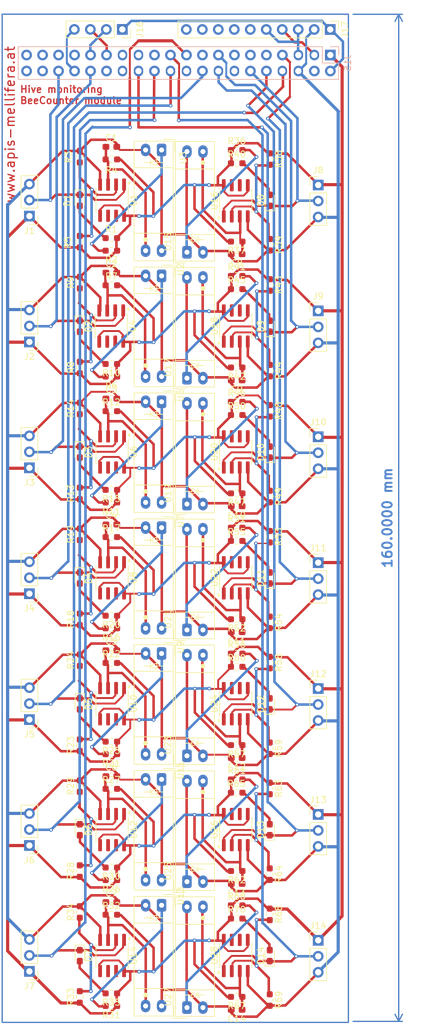
<source format=kicad_pcb>
(kicad_pcb (version 20240108) (generator "pcbnew") (generator_version "8.0")
  (title_block (title "BeeCounter v1.1") (company "Apis Mellifera"))
  (layers (0 "F.Cu" signal) (31 "B.Cu" signal) (34 "B.Paste" user) (35 "F.Paste" user) (36 "B.SilkS" user "B.Silkscreen") (37 "F.SilkS" user "F.Silkscreen") (38 "B.Mask" user) (39 "F.Mask" user) (44 "Edge.Cuts" user))
  (net 0 "")
  (net 1 "Net-(U1A-+)")
  (net 2 "GND")
  (net 3 "Net-(D1-A)")
  (net 4 "Net-(D1-K)")
  (net 5 "Net-(R2-Pad2)")
  (net 6 "Net-(U1A--)")
  (net 9 "Net-(U4A-+)")
  (net 10 "Net-(D2-K)")
  (net 11 "Net-(D2-A)")
  (net 12 "Net-(R6-Pad2)")
  (net 13 "Net-(U4A--)")
  (net 16 "Net-(U6A-+)")
  (net 17 "Net-(D3-A)")
  (net 18 "Net-(R11-Pad2)")
  (net 19 "Net-(U6A--)")
  (net 22 "Net-(U8A-+)")
  (net 23 "Net-(D4-A)")
  (net 24 "Net-(D4-K)")
  (net 25 "Net-(R16-Pad2)")
  (net 26 "Net-(U8A--)")
  (net 29 "Net-(U10A-+)")
  (net 30 "Net-(D5-K)")
  (net 31 "Net-(D5-A)")
  (net 32 "Net-(R21-Pad2)")
  (net 33 "Net-(U10A--)")
  (net 36 "Net-(U12A-+)")
  (net 37 "Net-(D6-K)")
  (net 38 "Net-(D6-A)")
  (net 39 "Net-(R26-Pad2)")
  (net 40 "Net-(U12A--)")
  (net 43 "Net-(U14A-+)")
  (net 44 "Net-(D7-K)")
  (net 45 "Net-(D7-A)")
  (net 46 "Net-(R31-Pad2)")
  (net 47 "Net-(U14A--)")
  (net 50 "Net-(U16A-+)")
  (net 51 "Net-(D8-K)")
  (net 52 "Net-(D8-A)")
  (net 53 "Net-(R36-Pad2)")
  (net 54 "Net-(U16A--)")
  (net 57 "Net-(U18A-+)")
  (net 58 "Net-(D9-K)")
  (net 59 "Net-(D9-A)")
  (net 60 "Net-(R41-Pad2)")
  (net 61 "Net-(U18A--)")
  (net 64 "Net-(U20A-+)")
  (net 65 "Net-(D10-K)")
  (net 66 "Net-(D10-A)")
  (net 67 "Net-(R46-Pad2)")
  (net 68 "Net-(U20A--)")
  (net 71 "Net-(U22A-+)")
  (net 72 "Net-(D11-A)")
  (net 73 "Net-(D11-K)")
  (net 74 "Net-(R51-Pad2)")
  (net 75 "Net-(U22A--)")
  (net 78 "Net-(U24A-+)")
  (net 79 "Net-(D12-A)")
  (net 80 "Net-(D12-K)")
  (net 81 "Net-(R56-Pad2)")
  (net 82 "Net-(U24A--)")
  (net 85 "Net-(U26A-+)")
  (net 86 "Net-(D13-K)")
  (net 87 "Net-(D13-A)")
  (net 88 "Net-(R61-Pad2)")
  (net 89 "Net-(U26A--)")
  (net 92 "Net-(U28A-+)")
  (net 93 "Net-(D14-A)")
  (net 94 "Net-(D14-K)")
  (net 95 "Net-(R66-Pad2)")
  (net 96 "Net-(U28A--)")
  (net 99 "Net-(J15-Pin_3)")
  (net 110 "Net-(J15-Pin_2)")
  (net 112 "Net-(J17-Pin_10)")
  (net 113 "+3.3V")
  (net 114 "Net-(D3-K)")
  (net 117 "Net-(J17-Pin_8)")
  (net 118 "Net-(J17-Pin_7)")
  (net 119 "Net-(J17-Pin_9)")
  (net 121 "Net-(J15-Pin_29)")
  (net 122 "Net-(J15-Pin_31)")
  (net 123 "Net-(J15-Pin_5)")
  (footprint "" (layer "F.Cu") (at 87.5675 97.545 180)
    (property "Reference" "")
    (property "Value" "")
  )
  (footprint "Package_SO:SOIC-8_3.9x4.9mm_P1.27mm" (layer "F.Cu") (at 74.855 149.92 90)
    (property "Reference" "U24")
    (property "Value" "LM393")
  )
  (footprint "Library:Gabellichtschranke 10mm" (layer "F.Cu") (at 66.67 174.85 90)
    (property "Reference" "U25")
    (property "Value" "H2010")
  )
  (footprint "Resistor_SMD:R_0603_1608Metric_Pad0.98x0.95mm_HandSolder" (layer "F.Cu") (at 75 84.055)
    (property "Reference" "R45")
    (property "Value" "R102")
  )
  (footprint "Package_SO:SOIC-8_3.9x4.9mm_P1.27mm" (layer "F.Cu") (at 74.855 169.92 90)
    (property "Reference" "U26")
    (property "Value" "LM393")
  )
  (footprint "" (layer "F.Cu") (at 87.5675 102.545 180)
    (property "Reference" "")
    (property "Value" "")
  )
  (footprint "Connector_PinSocket_2.54mm:PinSocket_1x04_P2.54mm_Vertical" (layer "F.Cu") (at 56.83 42.79 -90)
    (property "Reference" "J16")
    (property "Value" "Conn_01x04")
  )
  (footprint "Library:Gabellichtschranke 10mm" (layer "F.Cu") (at 66.67 74.85 90)
    (property "Reference" "U15")
    (property "Value" "H2010")
  )
  (footprint "Resistor_SMD:R_0603_1608Metric_Pad0.98x0.95mm_HandSolder" (layer "F.Cu") (at 55.0875 197.945 180)
    (property "Reference" "R31")
    (property "Value" "R102")
  )
  (footprint "" (layer "F.Cu") (at 42.5675 97.545)
    (property "Reference" "")
    (property "Value" "")
  )
  (footprint "LED_SMD:LED_0603_1608Metric_Pad1.05x0.95mm_HandSolder" (layer "F.Cu") (at 50.0675 89.945 -90)
    (property "Reference" "D2")
    (property "Value" "LED")
  )
  (footprint "Resistor_SMD:R_0603_1608Metric_Pad0.98x0.95mm_HandSolder" (layer "F.Cu") (at 55.0875 135.945 180)
    (property "Reference" "R20")
    (property "Value" "R102")
  )
  (footprint "Package_SO:SOIC-8_3.9x4.9mm_P1.27mm" (layer "F.Cu") (at 74.855 89.92 90)
    (property "Reference" "U18")
    (property "Value" "LM393")
  )
  (footprint "" (layer "F.Cu") (at 87.5675 117.545 180)
    (property "Reference" "")
    (property "Value" "")
  )
  (footprint "Connector_PinHeader_2.54mm:PinHeader_1x03_P2.54mm_Vertical" (layer "F.Cu") (at 42.0675 112.445 180)
    (property "Reference" "J3")
    (property "Value" "Conn_01x03")
  )
  (footprint "Capacitor_SMD:C_0603_1608Metric_Pad1.08x0.95mm_HandSolder" (layer "F.Cu") (at 75 118.545 180)
    (property "Reference" "C10")
    (property "Value" "C100n")
  )
  (footprint "Connector_PinHeader_2.54mm:PinHeader_1x03_P2.54mm_Vertical" (layer "F.Cu") (at 42.0675 192.445 180)
    (property "Reference" "J7")
    (property "Value" "Conn_01x03")
  )
  (footprint "Library:Gabellichtschranke 10mm" (layer "F.Cu") (at 63.4975 185.295 -90)
    (property "Reference" "U13")
    (property "Value" "H2010")
  )
  (footprint "" (layer "F.Cu") (at 87.5675 77.545 180)
    (property "Reference" "")
    (property "Value" "")
  )
  (footprint "Capacitor_SMD:C_0603_1608Metric_Pad1.08x0.95mm_HandSolder" (layer "F.Cu") (at 75 138.545 180)
    (property "Reference" "C11")
    (property "Value" "C100n")
  )
  (footprint "Package_SO:SOIC-8_3.9x4.9mm_P1.27mm" (layer "F.Cu") (at 55.2025 69.92 -90)
    (property "Reference" "U1")
    (property "Value" "LM393")
  )
  (footprint "Resistor_SMD:R_0603_1608Metric_Pad0.98x0.95mm_HandSolder" (layer "F.Cu") (at 50.0675 116.5125 90)
    (property "Reference" "R13")
    (property "Value" "R103")
  )
  (footprint "Resistor_SMD:R_0603_1608Metric_Pad0.98x0.95mm_HandSolder" (layer "F.Cu") (at 50.0675 183.0125 90)
    (property "Reference" "R34")
    (property "Value" "R103")
  )
  (footprint "Capacitor_SMD:C_0603_1608Metric_Pad1.08x0.95mm_HandSolder" (layer "F.Cu") (at 75 178.545 180)
    (property "Reference" "C13")
    (property "Value" "C100n")
  )
  (footprint "Resistor_SMD:R_0603_1608Metric_Pad0.98x0.95mm_HandSolder" (layer "F.Cu") (at 75 144.055)
    (property "Reference" "R60")
    (property "Value" "R102")
  )
  (footprint "Resistor_SMD:R_0603_1608Metric_Pad0.98x0.95mm_HandSolder" (layer "F.Cu") (at 55.0875 175.945 180)
    (property "Reference" "R30")
    (property "Value" "R102")
  )
  (footprint "Capacitor_SMD:C_0603_1608Metric_Pad1.08x0.95mm_HandSolder" (layer "F.Cu") (at 55.0875 121.445)
    (property "Reference" "C4")
    (property "Value" "C100n")
  )
  (footprint "Resistor_SMD:R_0603_1608Metric_Pad0.98x0.95mm_HandSolder" (layer "F.Cu") (at 55.0875 63.445)
    (property "Reference" "R4")
    (property "Value" "R103")
  )
  (footprint "Package_SO:SOIC-8_3.9x4.9mm_P1.27mm" (layer "F.Cu") (at 74.855 189.92 90)
    (property "Reference" "U28")
    (property "Value" "LM393")
  )
  (footprint "" (layer "F.Cu") (at 87.5675 182.545 180)
    (property "Reference" "")
    (property "Value" "")
  )
  (footprint "Resistor_SMD:R_0603_1608Metric_Pad0.98x0.95mm_HandSolder" (layer "F.Cu") (at 80.25 123.3875 -90)
    (property "Reference" "R53")
    (property "Value" "R103")
  )
  (footprint "Library:Gabellichtschranke 10mm" (layer "F.Cu") (at 63.4975 85.295 -90)
    (property "Reference" "U2")
    (property "Value" "H2010")
  )
  (footprint "Connector_PinHeader_2.54mm:PinHeader_1x03_P2.54mm_Vertical" (layer "F.Cu") (at 87.95 107.51)
    (property "Reference" "J10")
    (property "Value" "Conn_01x03")
  )
  (footprint "Package_SO:SOIC-8_3.9x4.9mm_P1.27mm" (layer "F.Cu") (at 55.2025 129.92 -90)
    (property "Reference" "U8")
    (property "Value" "LM393")
  )
  (footprint "Resistor_SMD:R_0603_1608Metric_Pad0.98x0.95mm_HandSolder" (layer "F.Cu") (at 80.25 143.3875 -90)
    (property "Reference" "R58")
    (property "Value" "R103")
  )
  (footprint "Resistor_SMD:R_0603_1608Metric_Pad0.98x0.95mm_HandSolder" (layer "F.Cu") (at 80.25 63.3875 -90)
    (property "Reference" "R38")
    (property "Value" "R103")
  )
  (footprint "" (layer "F.Cu") (at 42.5675 182.545)
    (property "Reference" "")
    (property "Value" "")
  )
  (footprint "Resistor_SMD:R_0603_1608Metric_Pad0.98x0.95mm_HandSolder" (layer "F.Cu") (at 75 76.5 180)
    (property "Reference" "R37")
    (property "Value" "R103")
  )
  (footprint "Resistor_SMD:R_0603_1608Metric_Pad0.98x0.95mm_HandSolder" (layer "F.Cu") (at 80.25 83.3875 -90)
    (property "Reference" "R43")
    (property "Value" "R103")
  )
  (footprint "Resistor_SMD:R_0603_1608Metric_Pad0.98x0.95mm_HandSolder" (layer "F.Cu") (at 50.0675 176.5125 90)
    (property "Reference" "R28")
    (property "Value" "R103")
  )
  (footprint "Library:Gabellichtschranke 10mm" (layer "F.Cu") (at 66.67 154.85 90)
    (property "Reference" "U23")
    (property "Value" "H2010")
  )
  (footprint "Resistor_SMD:R_0603_1608Metric_Pad0.98x0.95mm_HandSolder" (layer "F.Cu") (at 75 124.055)
    (property "Reference" "R55")
    (property "Value" "R102")
  )
  (footprint "LED_SMD:LED_0603_1608Metric_Pad1.05x0.95mm_HandSolder" (layer "F.Cu") (at 50.0675 189.945 -90)
    (property "Reference" "D7")
    (property "Value" "LED")
  )
  (footprint "" (layer "F.Cu") (at 42.5675 122.545)
    (property "Reference" "")
    (property "Value" "")
  )
  (footprint "Capacitor_SMD:C_0603_1608Metric_Pad1.08x0.95mm_HandSolder" (layer "F.Cu") (at 55.0875 181.445)
    (property "Reference" "C7")
    (property "Value" "C100n")
  )
  (footprint "Resistor_SMD:R_0603_1608Metric_Pad0.98x0.95mm_HandSolder" (layer "F.Cu") (at 55.0875 123.445)
    (property "Reference" "R17")
    (property "Value" "R103")
  )
  (footprint "Library:Gabellichtschranke 10mm" (layer "F.Cu") (at 63.4975 65.295 -90)
    (property "Reference" "U3")
    (property "Value" "H2010")
  )
  (footprint "Resistor_SMD:R_0603_1608Metric_Pad0.98x0.95mm_HandSolder" (layer "F.Cu") (at 75 181.955)
    (property "Reference" "R66")
    (property "Value" "R102")
  )
  (footprint "Library:Gabellichtschranke 10mm" (layer "F.Cu") (at 66.67 94.85 90)
    (property "Reference" "U17")
    (property "Value" "H2010")
  )
  (footprint "Resistor_SMD:R_0603_1608Metric_Pad0.98x0.95mm_HandSolder" (layer "F.Cu") (at 50.0675 103.0125 90)
    (property "Reference" "R14")
    (property "Value" "R103")
  )
  (footprint "Connector_PinHeader_2.54mm:PinHeader_1x03_P2.54mm_Vertical" (layer "F.Cu") (at 42.0675 72.445 180)
    (property "Reference" "J1")
    (property "Value" "Conn_01x03")
  )
  (footprint "Capacitor_SMD:C_0603_1608Metric_Pad1.08x0.95mm_HandSolder" (layer "F.Cu") (at 55.0875 141.445)
    (property "Reference" "C5")
    (property "Value" "C100n")
  )
  (footprint "Library:Gabellichtschranke 10mm" (layer "F.Cu") (at 63.4975 145.295 -90)
    (property "Reference" "U9")
    (property "Value" "H2010")
  )
  (footprint "Connector_PinHeader_2.54mm:PinHeader_1x03_P2.54mm_Vertical" (layer "F.Cu") (at 87.95 167.51)
    (property "Reference" "J13")
    (property "Value" "Conn_01x03")
  )
  (footprint "Resistor_SMD:R_0603_1608Metric_Pad0.98x0.95mm_HandSolder" (layer "F.Cu") (at 75 176.5 180)
    (property "Reference" "R62")
    (property "Value" "R103")
  )
  (footprint "LED_SMD:LED_0603_1608Metric_Pad1.05x0.95mm_HandSolder" (layer "F.Cu") (at 80.25 89.945 90)
    (property "Reference" "D9")
    (property "Value" "LED")
  )
  (footprint "Resistor_SMD:R_0603_1608Metric_Pad0.98x0.95mm_HandSolder" (layer "F.Cu") (at 55.0875 155.945 180)
    (property "Reference" "R25")
    (property "Value" "R102")
  )
  (footprint "LED_SMD:LED_0603_1608Metric_Pad1.05x0.95mm_HandSolder" (layer "F.Cu") (at 50.0675 109.945 -90)
    (property "Reference" "D3")
    (property "Value" "LED")
  )
  (footprint "Package_SO:SOIC-8_3.9x4.9mm_P1.27mm" (layer "F.Cu") (at 55.2025 169.92 -90)
    (property "Reference" "U12")
    (property "Value" "LM393")
  )
  (footprint "Resistor_SMD:R_0603_1608Metric_Pad0.98x0.95mm_HandSolder" (layer "F.Cu") (at 75 121.955)
    (property "Reference" "R51")
    (property "Value" "R102")
  )
  (footprint "Resistor_SMD:R_0603_1608Metric_Pad0.98x0.95mm_HandSolder" (layer "F.Cu") (at 80.25 77 -90)
    (property "Reference" "R39")
    (property "Value" "R103")
  )
  (footprint "LED_SMD:LED_0603_1608Metric_Pad1.05x0.95mm_HandSolder" (layer "F.Cu") (at 80.25 189.945 90)
    (property "Reference" "D14")
    (property "Value" "LED")
  )
  (footprint "Connector_PinHeader_2.54mm:PinHeader_1x03_P2.54mm_Vertical" (layer "F.Cu") (at 42.0675 92.445 180)
    (property "Reference" "J2")
    (property "Value" "Conn_01x03")
  )
  (footprint "" (layer "F.Cu") (at 42.5675 117.545)
    (property "Reference" "")
    (property "Value" "")
  )
  (footprint "LED_SMD:LED_0603_1608Metric_Pad1.05x0.95mm_HandSolder" (layer "F.Cu") (at 80.25 129.945 90)
    (property "Reference" "D11")
    (property "Value" "LED")
  )
  (footprint "Capacitor_SMD:C_0603_1608Metric_Pad1.08x0.95mm_HandSolder" (layer "F.Cu") (at 75 158.545 180)
    (property "Reference" "C12")
    (property "Value" "C100n")
  )
  (footprint "Resistor_SMD:R_0603_1608Metric_Pad0.98x0.95mm_HandSolder" (layer "F.Cu") (at 75 156.5 180)
    (property "Reference" "R57")
    (property "Value" "R103")
  )
  (footprint "" (layer "F.Cu") (at 42.5675 137.545)
    (property "Reference" "")
    (property "Value" "")
  )
  (footprint "LED_SMD:LED_0603_1608Metric_Pad1.05x0.95mm_HandSolder" (layer "F.Cu") (at 80.25 149.945 90)
    (property "Reference" "D12")
    (property "Value" "LED")
  )
  (footprint "Connector_PinHeader_2.54mm:PinHeader_1x03_P2.54mm_Vertical" (layer "F.Cu") (at 42.0675 172.445 180)
    (property "Reference" "J6")
    (property "Value" "Conn_01x03")
  )
  (footprint "Resistor_SMD:R_0603_1608Metric_Pad0.98x0.95mm_HandSolder" (layer "F.Cu") (at 50.0675 96.5125 90)
    (property "Reference" "R8")
    (property "Value" "R103")
  )
  (footprint "Connector_PinHeader_2.54mm:PinHeader_1x03_P2.54mm_Vertical" (layer "F.Cu") (at 42.0675 152.445 180)
    (property "Reference" "J5")
    (property "Value" "Conn_01x03")
  )
  (footprint "" (layer "F.Cu") (at 42.5675 82.545)
    (property "Reference" "")
    (property "Value" "")
  )
  (footprint "Package_SO:SOIC-8_3.9x4.9mm_P1.27mm" (layer "F.Cu") (at 55.2025 189.92 -90)
    (property "Reference" "U14")
    (property "Value" "LM393")
  )
  (footprint "Resistor_SMD:R_0603_1608Metric_Pad0.98x0.95mm_HandSolder" (layer "F.Cu") (at 50.0675 63.0125 90)
    (property "Reference" "R3")
    (property "Value" "R103")
  )
  (footprint "Resistor_SMD:R_0603_1608Metric_Pad0.98x0.95mm_HandSolder" (layer "F.Cu") (at 80.25 137 -90)
    (property "Reference" "R54")
    (property "Value" "R103")
  )
  (footprint "Library:Gabellichtschranke 10mm" (layer "F.Cu") (at 63.4975 125.295 -90)
    (property "Reference" "U7")
    (property "Value" "H2010")
  )
  (footprint "Resistor_SMD:R_0603_1608Metric_Pad0.98x0.95mm_HandSolder" (layer "F.Cu") (at 75 161.955)
    (property "Reference" "R61")
    (property "Value" "R102")
  )
  (footprint "Connector_PinHeader_2.54mm:PinHeader_1x03_P2.54mm_Vertical" (layer "F.Cu") (at 87.95 187.51)
    (property "Reference" "J14")
    (property "Value" "Conn_01x03")
  )
  (footprint "" (layer "F.Cu") (at 42.53 77.41)
    (property "Reference" "")
    (property "Value" "")
  )
  (footprint "Resistor_SMD:R_0603_1608Metric_Pad0.98x0.95mm_HandSolder" (layer "F.Cu") (at 80.25 183.3875 -90)
    (property "Reference" "R68")
    (property "Value" "R103")
  )
  (footprint "Connector_PinHeader_2.54mm:PinHeader_1x03_P2.54mm_Vertical" (layer "F.Cu") (at 42.0675 132.445 180)
    (property "Reference" "J4")
    (property "Value" "Conn_01x03")
  )
  (footprint "Resistor_SMD:R_0603_1608Metric_Pad0.98x0.95mm_HandSolder" (layer "F.Cu") (at 55.0875 163.445)
    (property "Reference" "R27")
    (property "Value" "R103")
  )
  (footprint "Resistor_SMD:R_0603_1608Metric_Pad0.98x0.95mm_HandSolder" (layer "F.Cu") (at 50.0675 83.0125 90)
    (property "Reference" "R9")
    (property "Value" "R103")
  )
  (footprint "Resistor_SMD:R_0603_1608Metric_Pad0.98x0.95mm_HandSolder" (layer "F.Cu") (at 50.0675 123.0125 90)
    (property "Reference" "R19")
    (property "Value" "R103")
  )
  (footprint "Resistor_SMD:R_0603_1608Metric_Pad0.98x0.95mm_HandSolder" (layer "F.Cu") (at 55.0875 195.945 180)
    (property "Reference" "R35")
    (property "Value" "R102")
  )
  (footprint "Library:Gabellichtschranke 10mm" (layer "F.Cu") (at 63.4975 165.295 -90)
    (property "Reference" "U11")
    (property "Value" "H2010")
  )
  (footprint "Library:Gabellichtschranke 10mm" (layer "F.Cu") (at 66.67 194.85 90)
    (property "Reference" "U27")
    (property "Value" "H2010")
  )
  (footprint "Resistor_SMD:R_0603_1608Metric_Pad0.98x0.95mm_HandSolder" (layer "F.Cu") (at 75 164.055)
    (property "Reference" "R65")
    (property "Value" "R102")
  )
  (footprint "LED_SMD:LED_0603_1608Metric_Pad1.05x0.95mm_HandSolder" (layer "F.Cu") (at 80.25 169.945 90)
    (property "Reference" "D13")
    (property "Value" "LED")
  )
  (footprint "Resistor_SMD:R_0603_1608Metric_Pad0.98x0.95mm_HandSolder" (layer "F.Cu") (at 55.0875 115.945 180)
    (property "Reference" "R15")
    (property "Value" "R102")
  )
  (footprint "" (layer "F.Cu") (at 42.5675 102.545)
    (property "Reference" "")
    (property "Value" "")
  )
  (footprint "Connector_PinHeader_2.54mm:PinHeader_1x03_P2.54mm_Vertical" (layer "F.Cu") (at 87.95 87.51)
    (property "Reference" "J9")
    (property "Value" "Conn_01x03")
  )
  (footprint "Resistor_SMD:R_0603_1608Metric_Pad0.98x0.95mm_HandSolder" (layer "F.Cu") (at 75 104.055)
    (property "Reference" "R50")
    (property "Value" "R102")
  )
  (footprint "Resistor_SMD:R_0603_1608Metric_Pad0.98x0.95mm_HandSolder" (layer "F.Cu") (at 55.0875 157.945 180)
    (property "Reference" "R21")
    (property "Value" "R102")
  )
  (footprint "LED_SMD:LED_0603_1608Metric_Pad1.05x0.95mm_HandSolder" (layer "F.Cu") (at 50.0675 129.945 -90)
    (property "Reference" "D4")
    (property "Value" "LED")
  )
  (footprint "Resistor_SMD:R_0603_1608Metric_Pad0.98x0.95mm_HandSolder" (layer "F.Cu") (at 80.25 117 -90)
    (property "Reference" "R49")
    (property "Value" "R103")
  )
  (footprint "" (layer "F.Cu") (at 87.5675 197.545 180)
    (property "Reference" "")
    (property "Value" "")
  )
  (footprint "" (layer "F.Cu") (at 42.5675 142.545)
    (property "Reference" "")
    (property "Value" "")
  )
  (footprint "Resistor_SMD:R_0603_1608Metric_Pad0.98x0.95mm_HandSolder" (layer "F.Cu") (at 50.0675 136.5125 90)
    (property "Reference" "R18")
    (property "Value" "R103")
  )
  (footprint "Resistor_SMD:R_0603_1608Metric_Pad0.98x0.95mm_HandSolder" (layer "F.Cu") (at 55.0875 143.445)
    (property "Reference" "R22")
    (property "Value" "R103")
  )
  (footprint "Capacitor_SMD:C_0603_1608Metric_Pad1.08x0.95mm_HandSolder" (layer "F.Cu") (at 55.0875 81.445)
    (property "Reference" "C2")
    (property "Value" "C100n")
  )
  (footprint "Package_SO:SOIC-8_3.9x4.9mm_P1.27mm" (layer "F.Cu") (at 55.0675 89.92 -90)
    (property "Reference" "U4")
    (property "Value" "LM393")
  )
  (footprint "Resistor_SMD:R_0603_1608Metric_Pad0.98x0.95mm_HandSolder" (layer "F.Cu") (at 80.25 197 -90)
    (property "Reference" "R69")
    (property "Value" "R103")
  )
  (footprint "Connector_PinHeader_2.54mm:PinHeader_1x03_P2.54mm_Vertical" (layer "F.Cu") (at 87.95 127.51)
    (property "Reference" "J11")
    (property "Value" "Conn_01x03")
  )
  (footprint "Resistor_SMD:R_0603_1608Metric_Pad0.98x0.95mm_HandSolder" (layer "F.Cu") (at 75 116.5 180)
    (property "Reference" "R47")
    (property "Value" "R103")
  )
  (footprint "Resistor_SMD:R_0603_1608Metric_Pad0.98x0.95mm_HandSolder" (layer "F.Cu") (at 55.0875 117.945 180)
    (property "Reference" "R11")
    (property "Value" "R102")
  )
  (footprint "" (layer "F.Cu") (at 42.5675 197.545)
    (property "Reference" "")
    (property "Value" "")
  )
  (footprint "Resistor_SMD:R_0603_1608Metric_Pad0.98x0.95mm_HandSolder" (layer "F.Cu") (at 80.25 97 -90)
    (property "Reference" "R44")
    (property "Value" "R103")
  )
  (footprint "" (layer "F.Cu") (at 87.5675 157.545 180)
    (property "Reference" "")
    (property "Value" "")
  )
  (footprint "Package_SO:SOIC-8_3.9x4.9mm_P1.27mm" (layer "F.Cu") (at 74.855 109.92 90)
    (property "Reference" "U20")
    (property "Value" "LM393")
  )
  (footprint "Resistor_SMD:R_0603_1608Metric_Pad0.98x0.95mm_HandSolder" (layer "F.Cu") (at 75 136.5 180)
    (property "Reference" "R52")
    (property "Value" "R103")
  )
  (footprint "" (layer "F.Cu") (at 87.5675 162.545 180)
    (property "Reference" "")
    (property "Value" "")
  )
  (footprint "Resistor_SMD:R_0603_1608Metric_Pad0.98x0.95mm_HandSolder" (layer "F.Cu") (at 55.0875 75.945 180)
    (property "Reference" "R1")
    (property "Value" "R102")
  )
  (footprint "Resistor_SMD:R_0603_1608Metric_Pad0.98x0.95mm_HandSolder" (layer "F.Cu") (at 55.0875 83.445)
    (property "Reference" "R7")
    (property "Value" "R103")
  )
  (footprint "Resistor_SMD:R_0603_1608Metric_Pad0.98x0.95mm_HandSolder" (layer "F.Cu") (at 55.0875 95.945 180)
    (property "Reference" "R10")
    (property "Value" "R102")
  )
  (footprint "Resistor_SMD:R_0603_1608Metric_Pad0.98x0.95mm_HandSolder" (layer "F.Cu") (at 55.0875 97.945 180)
    (property "Reference" "R6")
    (property "Value" "R102")
  )
  (footprint "Resistor_SMD:R_0603_1608Metric_Pad0.98x0.95mm_HandSolder" (layer "F.Cu") (at 75 64.055)
    (property "Reference" "R40")
    (property "Value" "R102")
  )
  (footprint "Library:Gabellichtschranke 10mm" (layer "F.Cu") (at 63.4975 105.295 -90)
    (property "Reference" "U5")
    (property "Value" "H2010")
  )
  (footprint "" (layer "F.Cu") (at 87.5675 142.545 180)
    (property "Reference" "")
    (property "Value" "")
  )
  (footprint "Library:Gabellichtschranke 10mm" (layer "F.Cu") (at 66.67 134.85 90)
    (property "Reference" "U21")
    (property "Value" "H2010")
  )
  (footprint "Capacitor_SMD:C_0603_1608Metric_Pad1.08x0.95mm_HandSolder" (layer "F.Cu") (at 55.0875 61.445)
    (property "Reference" "C1")
    (property "Value" "C100n")
  )
  (footprint "Resistor_SMD:R_0603_1608Metric_Pad0.98x0.95mm_HandSolder" (layer "F.Cu") (at 75 81.955)
    (property "Reference" "R41")
    (property "Value" "R102")
  )
  (footprint "" (layer "F.Cu") (at 87.5675 82.545 180)
    (property "Reference" "")
    (property "Value" "")
  )
  (footprint "" (layer "F.Cu") (at 42.5675 157.545)
    (property "Reference" "")
    (property "Value" "")
  )
  (footprint "Package_SO:SOIC-8_3.9x4.9mm_P1.27mm" (layer "F.Cu") (at 74.855 129.92 90)
    (property "Reference" "U22")
    (property "Value" "LM393")
  )
  (footprint "Resistor_SMD:R_0603_1608Metric_Pad0.98x0.95mm_HandSolder" (layer "F.Cu") (at 50.0675 196.5125 90)
    (property "Reference" "R33")
    (property "Value" "R103")
  )
  (footprint "Package_SO:SOIC-8_3.9x4.9mm_P1.27mm" (layer "F.Cu") (at 55.2025 149.92 -90)
    (property "Reference" "U10")
    (property "Value" "LM393")
  )
  (footprint "Capacitor_SMD:C_0603_1608Metric_Pad1.08x0.95mm_HandSolder" (layer "F.Cu") (at 55.0875 101.445)
    (property "Reference" "C3")
    (property "Value" "C100n")
  )
  (footprint "Capacitor_SMD:C_0603_1608Metric_Pad1.08x0.95mm_HandSolder" (layer "F.Cu") (at 55.0875 161.445)
    (property "Reference" "C6")
    (property "Value" "C100n")
  )
  (footprint "Resistor_SMD:R_0603_1608Metric_Pad0.98x0.95mm_HandSolder" (layer "F.Cu") (at 75 141.955)
    (property "Reference" "R56")
    (property "Value" "R102")
  )
  (footprint "Resistor_SMD:R_0603_1608Metric_Pad0.98x0.95mm_HandSolder" (layer "F.Cu") (at 75 96.5 180)
    (property "Reference" "R42")
    (property "Value" "R103")
  )
  (footprint "LED_SMD:LED_0603_1608Metric_Pad1.05x0.95mm_HandSolder" (layer "F.Cu") (at 80.25 109.945 90)
    (property "Reference" "D10")
    (property "Value" "LED")
  )
  (footprint "Resistor_SMD:R_0603_1608Metric_Pad0.98x0.95mm_HandSolder" (layer "F.Cu") (at 50.0675 163.0125 90)
    (property "Reference" "R29")
    (property "Value" "R103")
  )
  (footprint "" (layer "F.Cu") (at 42.5675 177.545)
    (property "Reference" "")
    (property "Value" "")
  )
  (footprint "" (layer "F.Cu") (at 42.6 62.4)
    (property "Reference" "")
    (property "Value" "")
  )
  (footprint "Resistor_SMD:R_0603_1608Metric_Pad0.98x0.95mm_HandSolder" (layer "F.Cu") (at 55.0875 137.945 180)
    (property "Reference" "R16")
    (property "Value" "R102")
  )
  (footprint "Resistor_SMD:R_0603_1608Metric_Pad0.98x0.95mm_HandSolder" (layer "F.Cu") (at 75 184.055)
    (property "Reference" "R70")
    (property "Value" "R102")
  )
  (footprint "Resistor_SMD:R_0603_1608Metric_Pad0.98x0.95mm_HandSolder" (layer "F.Cu") (at 75 101.955)
    (property "Reference" "R46")
    (property "Value" "R102")
  )
  (footprint "Capacitor_SMD:C_0603_1608Metric_Pad1.08x0.95mm_HandSolder" (layer "F.Cu") (at 75 78.5 180)
    (property "Reference" "C8")
    (property "Value" "C100n")
  )
  (footprint "Resistor_SMD:R_0603_1608Metric_Pad0.98x0.95mm_HandSolder" (layer "F.Cu") (at 75 196.5 180)
    (property "Reference" "R67")
    (property "Value" "R103")
  )
  (footprint "Resistor_SMD:R_0603_1608Metric_Pad0.98x0.95mm_HandSolder" (layer "F.Cu") (at 55.0875 183.445)
    (property "Reference" "R32")
    (property "Value" "R103")
  )
  (footprint "Capacitor_SMD:C_0603_1608Metric_Pad1.08x0.95mm_HandSolder" (layer "F.Cu") (at 75 98.545 180)
    (property "Reference" "C9")
    (property "Value" "C100n")
  )
  (footprint "Capacitor_SMD:C_0603_1608Metric_Pad1.08x0.95mm_HandSolder" (layer "F.Cu") (at 75 198.545 180)
    (property "Reference" "C14")
    (property "Value" "C100n")
  )
  (footprint "Resistor_SMD:R_0603_1608Metric_Pad0.98x0.95mm_HandSolder" (layer "F.Cu") (at 80.25 157 -90)
    (property "Reference" "R59")
    (property "Value" "R103")
  )
  (footprint "Package_SO:SOIC-8_3.9x4.9mm_P1.27mm" (layer "F.Cu") (at 74.855 70.025 90)
    (property "Reference" "U16")
    (property "Value" "LM393")
  )
  (footprint "Resistor_SMD:R_0603_1608Metric_Pad0.98x0.95mm_HandSolder" (layer "F.Cu") (at 55.0875 103.445)
    (property "Reference" "R12")
    (property "Value" "R103")
  )
  (footprint "Resistor_SMD:R_0603_1608Metric_Pad0.98x0.95mm_HandSolder" (layer "F.Cu") (at 80.25 163.3875 -90)
    (property "Reference" "R63")
    (property "Value" "R103")
  )
  (footprint "Connector_PinHeader_2.54mm:PinHeader_1x03_P2.54mm_Vertical" (layer "F.Cu") (at 87.95 67.51)
    (property "Reference" "J8")
    (property "Value" "Conn_01x03")
  )
  (footprint "LED_SMD:LED_0603_1608Metric_Pad1.05x0.95mm_HandSolder" (layer "F.Cu") (at 50.0675 169.945 -90)
    (property "Reference" "D6")
    (property "Value" "LED")
  )
  (footprint "Resistor_SMD:R_0603_1608Metric_Pad0.98x0.95mm_HandSolder" (layer "F.Cu") (at 80.25 103.3875 -90)
    (property "Reference" "R48")
    (property "Value" "R103")
  )
  (footprint "" (layer "F.Cu") (at 87.5675 122.545 180)
    (property "Reference" "")
    (property "Value" "")
  )
  (footprint "" (layer "F.Cu") (at 87.5675 62.545 180)
    (property "Reference" "")
    (property "Value" "")
  )
  (footprint "Resistor_SMD:R_0603_1608Metric_Pad0.98x0.95mm_HandSolder" (layer "F.Cu") (at 80.25 177 -90)
    (property "Reference" "R64")
    (property "Value" "R103")
  )
  (footprint "LED_SMD:LED_0603_1608Metric_Pad1.05x0.95mm_HandSolder" (layer "F.Cu") (at 80.25 69.945 90)
    (property "Reference" "D8")
    (property "Value" "LED")
  )
  (footprint "Package_SO:SOIC-8_3.9x4.9mm_P1.27mm" (layer "F.Cu") (at 55.2025 109.92 -90)
    (property "Reference" "U6")
    (property "Value" "LM393")
  )
  (footprint "Library:Gabellichtschranke 10mm" (layer "F.Cu") (at 66.67 114.85 90)
    (property "Reference" "U19")
    (property "Value" "H2010")
  )
  (footprint "" (layer "F.Cu") (at 87.5675 177.545 180)
    (property "Reference" "")
    (property "Value" "")
  )
  (footprint "Connector_PinHeader_2.54mm:PinHeader_1x10_P2.54mm_Vertical" (layer "F.Cu") (at 89.86 42.8 -90)
    (property "Reference" "J17")
    (property "Value" "Conn_01x10")
  )
  (footprint "LED_SMD:LED_0603_1608Metric_Pad1.05x0.95mm_HandSolder" (layer "F.Cu") (at 50.0675 69.945 -90)
    (property "Reference" "D1")
    (property "Value" "LED")
  )
  (footprint "Resistor_SMD:R_0603_1608Metric_Pad0.98x0.95mm_HandSolder" (layer "F.Cu") (at 50.0675 76.5125 90)
    (property "Reference" "R5")
    (property "Value" "R103")
  )
  (footprint "" (layer "F.Cu") (at 87.5675 137.545 180)
    (property "Reference" "")
    (property "Value" "")
  )
  (footprint "Resistor_SMD:R_0603_1608Metric_Pad0.98x0.95mm_HandSolder" (layer "F.Cu") (at 55.0875 177.945 180)
    (property "Reference" "R26")
    (property "Value" "R102")
  )
  (footprint "Resistor_SMD:R_0603_1608Metric_Pad0.98x0.95mm_HandSolder" (layer "F.Cu") (at 50.0675 156.5125 90)
    (property "Reference" "R23")
    (property "Value" "R103")
  )
  (footprint "Resistor_SMD:R_0603_1608Metric_Pad0.98x0.95mm_HandSolder" (layer "F.Cu") (at 75 61.955)
    (property "Reference" "R36")
    (property "Value" "R102")
  )
  (footprint "" (layer "F.Cu") (at 42.5675 162.545)
    (property "Reference" "")
    (property "Value" "")
  )
  (footprint "Resistor_SMD:R_0603_1608Metric_Pad0.98x0.95mm_HandSolder" (layer "F.Cu") (at 55.0875 77.945 180)
    (property "Reference" "R2")
    (property "Value" "R102")
  )
  (footprint "Resistor_SMD:R_0603_1608Metric_Pad0.98x0.95mm_HandSolder" (layer "F.Cu") (at 50.0675 143.0125 90)
    (property "Reference" "R24")
    (property "Value" "R103")
  )
  (footprint "Connector_PinHeader_2.54mm:PinHeader_1x03_P2.54mm_Vertical" (layer "F.Cu") (at 87.95 147.51)
    (property "Reference" "J12")
    (property "Value" "Conn_01x03")
  )
  (footprint "LED_SMD:LED_0603_1608Metric_Pad1.05x0.95mm_HandSolder" (layer "F.Cu") (at 50.0675 149.945 -90)
    (property "Reference" "D5")
    (property "Value" "LED")
  )
  (footprint "Connector_PinSocket_2.54mm:PinSocket_2x20_P2.54mm_Vertical" (layer "B.Cu") (at 89.88 46.86 90)
    (property "Reference" "J15")
    (property "Value" "Conn_02x20_Odd_Even")
  )
  (gr_line (start 79.95 64.4) (end 78.1 64.4) (stroke (width 0.4)) (layer "F.Cu") (net 54))
  (gr_line (start 84.6 110) (end 83.75 110.85) (stroke (width 0.4)) (layer "F.Cu") (net 65))
  (gr_line (start 82.35 46.9) (end 83.45 48) (stroke (width 0.4)) (layer "F.Cu") (net 73))
  (gr_line (start 82.35 51.85026) (end 82.35 49.449739) (stroke (width 0.4)) (layer "F.Cu") (net 30))
  (gr_line (start 84.55 130) (end 83.7 130.85) (stroke (width 0.4)) (layer "F.Cu") (net 73))
  (gr_line (start 38.61 172.46) (end 41.977212 172.45) (stroke (width 0.5)) (layer "F.Cu") (net 113))
  (gr_line (start 46.35 109.1) (end 50.05 109.1) (stroke (width 0.4)) (layer "F.Cu") (net 114))
  (gr_line (start 83.75 90.9) (end 80.05 90.9) (stroke (width 0.4)) (layer "F.Cu") (net 58))
  (gr_line (start 91.74 147.56) (end 87.840816 147.55) (stroke (width 0.5)) (layer "F.Cu") (net 113))
  (gr_line (start 88.019606 187.450394) (end 91.74 183.67) (stroke (width 0.5)) (layer "F.Cu") (net 113))
  (gr_line (start 50 186.35) (end 50 184) (stroke (width 0.4)) (layer "F.Cu") (net 47))
  (gr_line (start 59.4 44.6) (end 64.75 44.6) (stroke (width 0.5)) (layer "F.Cu") (net 44))
  (gr_line (start 91.75 48.72) (end 91.74 183.67) (stroke (width 0.5)) (layer "F.Cu") (net 113))
  (gr_line (start 38.65 92.48) (end 41.977347 92.48) (stroke (width 0.5)) (layer "F.Cu") (net 113))
  (gr_line (start 79.95 144.399831) (end 78.1 144.399831) (stroke (width 0.4)) (layer "F.Cu") (net 82))
  (gr_line (start 46.35 169.1) (end 50.05 169.1) (stroke (width 0.4)) (layer "F.Cu") (net 37))
  (gr_line (start 46.3 149.1) (end 50 149.1) (stroke (width 0.4)) (layer "F.Cu") (net 30))
  (gr_line (start 83.8 150.85) (end 80.1 150.85) (stroke (width 0.3)) (layer "F.Cu") (net 80))
  (gr_line (start 78.2 56.05) (end 82.4 51.85) (stroke (width 0.4)) (layer "F.Cu") (net 30))
  (gr_line (start 58.02 50.51) (end 58.02 58.350063) (stroke (width 0.4)) (layer "F.Cu") (net 44))
  (gr_line (start 65.8 57.25) (end 65.8 50.61963) (stroke (width 0.4)) (layer "F.Cu") (net 94))
  (gr_line (start 45.6 189.95) (end 46.45 189.1) (stroke (width 0.4)) (layer "F.Cu") (net 44))
  (gr_line (start 58.02 46) (end 58.02 51.25) (stroke (width 0.3)) (layer "F.Cu") (net 44))
  (gr_line (start 49.975 155.55) (end 51.825 155.55) (stroke (width 0.4)) (layer "F.Cu") (net 33))
  (gr_line (start 84.5 190) (end 83.65 190.85) (stroke (width 0.4)) (layer "F.Cu") (net 94))
  (gr_line (start 83.45 53.5) (end 79.999638 56.950362) (stroke (width 0.4)) (layer "F.Cu") (net 73))
  (gr_line (start 82.35 42.91) (end 84.2 44.85) (stroke (width 0.4)) (layer "F.Cu") (net 99))
  (gr_line (start 83.65 190.85) (end 79.95 190.85) (stroke (width 0.4)) (layer "F.Cu") (net 94))
  (gr_line (start 46.3 89.1) (end 50 89.1) (stroke (width 0.4)) (layer "F.Cu") (net 10))
  (gr_line (start 49.975 135.6) (end 51.825 135.6) (stroke (width 0.4)) (layer "F.Cu") (net 26))
  (gr_line (start 49.975 195.6) (end 51.825 195.6) (stroke (width 0.4)) (layer "F.Cu") (net 47))
  (gr_line (start 59.4 49.4) (end 59.4 58.35) (stroke (width 0.4)) (layer "F.Cu") (net 86))
  (gr_line (start 83.45 48) (end 83.45 53.5) (stroke (width 0.3)) (layer "F.Cu") (net 73))
  (gr_line (start 83.75 110.85) (end 80.05 110.85) (stroke (width 0.4)) (layer "F.Cu") (net 65))
  (gr_line (start 50.05 146.325) (end 50.05 143.975) (stroke (width 0.4)) (layer "F.Cu") (net 33))
  (gr_line (start 74.1 79) (end 74.1 78.1) (stroke (width 0.2)) (layer "F.Cu") (net 2))
  (gr_line (start 45.5 169.95) (end 46.35 169.1) (stroke (width 0.4)) (layer "F.Cu") (net 37))
  (gr_line (start 84.7 70) (end 83.85 70.85) (stroke (width 0.4)) (layer "F.Cu") (net 51))
  (gr_line (start 84.65 170) (end 83.8 170.85) (stroke (width 0.4)) (layer "F.Cu") (net 86))
  (gr_line (start 50.05 86.275) (end 50.05 83.925) (stroke (width 0.4)) (layer "F.Cu") (net 13))
  (gr_line (start 65.85 51.45) (end 65.85 48.249609) (stroke (width 0.3)) (layer "F.Cu") (net 94))
  (gr_line (start 85.38 44.84) (end 87.338252 46.798252) (stroke (width 0.4)) (layer "F.Cu") (net 99))
  (gr_line (start 50.05 166.425) (end 50.05 164.075) (stroke (width 0.4)) (layer "F.Cu") (net 40))
  (gr_line (start 84.65 150) (end 83.8 150.85) (stroke (width 0.3)) (layer "F.Cu") (net 80))
  (gr_line (start 49.975 175.6) (end 51.825 175.6) (stroke (width 0.4)) (layer "F.Cu") (net 40))
  (gr_line (start 80.05 84.399831) (end 78.2 84.399831) (stroke (width 0.4)) (layer "F.Cu") (net 61))
  (gr_line (start 54.35 46.92) (end 54.35 45.339494) (stroke (width 0.4)) (layer "F.Cu") (net 121))
  (gr_line (start 38.62 112.51) (end 42.027227 112.51) (stroke (width 0.5)) (layer "F.Cu") (net 113))
  (gr_line (start 59.4 58.35) (end 78.95 58.35) (stroke (width 0.4)) (layer "F.Cu") (net 86))
  (gr_line (start 83.7 130.85) (end 80 130.85) (stroke (width 0.4)) (layer "F.Cu") (net 73))
  (gr_line (start 83.8 170.85) (end 80.1 170.85) (stroke (width 0.4)) (layer "F.Cu") (net 86))
  (gr_line (start 46.25 69.05) (end 49.95 69.05) (stroke (width 0.4)) (layer "F.Cu") (net 4))
  (gr_line (start 91.74 67.46) (end 87.95 67.45) (stroke (width 0.5)) (layer "F.Cu") (net 113))
  (gr_line (start 79.95 164.249831) (end 78.1 164.249831) (stroke (width 0.4)) (layer "F.Cu") (net 89))
  (gr_line (start 45.5 109.95) (end 46.35 109.1) (stroke (width 0.4)) (layer "F.Cu") (net 114))
  (gr_line (start 45.45 89.95) (end 46.3 89.1) (stroke (width 0.4)) (layer "F.Cu") (net 10))
  (gr_line (start 79.9 124.449831) (end 78.05 124.449831) (stroke (width 0.2)) (layer "F.Cu") (net 75))
  (gr_line (start 61.9 49.4) (end 61.85 57.1) (stroke (width 0.4)) (layer "F.Cu") (net 37))
  (gr_line (start 76.15 56.05) (end 78.2 56.05) (stroke (width 0.4)) (layer "F.Cu") (net 30))
  (gr_line (start 50.1 75.6) (end 51.95 75.6) (stroke (width 0.4)) (layer "F.Cu") (net 6))
  (gr_line (start 89.88 46.86) (end 91.75 48.72) (stroke (width 0.5)) (layer "F.Cu") (net 113))
  (gr_line (start 45.45 149.95) (end 46.3 149.1) (stroke (width 0.4)) (layer "F.Cu") (net 30))
  (gr_line (start 64.5 49.55) (end 64.5 54.9) (stroke (width 0.4)) (layer "F.Cu") (net 24))
  (gr_line (start 67.05 46.9) (end 64.75 44.6) (stroke (width 0.4)) (layer "F.Cu") (net 44))
  (gr_line (start 38.61 189.2) (end 41.959619 192.589619) (stroke (width 0.5)) (layer "F.Cu") (net 113))
  (gr_line (start 38.61 152.49) (end 41.977212 152.5) (stroke (width 0.5)) (layer "F.Cu") (net 113))
  (gr_line (start 45.55 129.95) (end 46.4 129.1) (stroke (width 0.4)) (layer "F.Cu") (net 24))
  (gr_line (start 45.4 69.9) (end 46.25 69.05) (stroke (width 0.4)) (layer "F.Cu") (net 4))
  (gr_line (start 38.6 75.83) (end 41.949679 72.480321) (stroke (width 0.5)) (layer "F.Cu") (net 113))
  (gr_line (start 50.05 126.375) (end 50.05 124.025) (stroke (width 0.4)) (layer "F.Cu") (net 26))
  (gr_line (start 38.64 132.49) (end 42.053677 132.49) (stroke (width 0.5)) (layer "F.Cu") (net 113))
  (gr_line (start 85.38 44.84) (end 84.2 44.85) (stroke (width 0.4)) (layer "F.Cu") (net 99))
  (gr_line (start 46.4 129.1) (end 50.1 129.1) (stroke (width 0.4)) (layer "F.Cu") (net 24))
  (gr_line (start 64.5 46.95) (end 65.8 48.25) (stroke (width 0.4)) (layer "F.Cu") (net 94))
  (gr_line (start 91.73 167.56) (end 87.890816 167.55) (stroke (width 0.5)) (layer "F.Cu") (net 113))
  (gr_line (start 80 104.399831) (end 78.15 104.399831) (stroke (width 0.4)) (layer "F.Cu") (net 68))
  (gr_line (start 79.72 52.01) (end 79.72 49.485386) (stroke (width 0.4)) (layer "F.Cu") (net 80))
  (gr_line (start 58.05 45.95) (end 59.4 44.6) (stroke (width 0.4)) (layer "F.Cu") (net 44))
  (gr_line (start 49.975 95.55) (end 51.825 95.55) (stroke (width 0.4)) (layer "F.Cu") (net 13))
  (gr_line (start 54.31 45.34) (end 51.784995 42.814995) (stroke (width 0.4)) (layer "F.Cu") (net 121))
  (gr_line (start 84.6 90.05) (end 83.75 90.9) (stroke (width 0.4)) (layer "F.Cu") (net 58))
  (gr_line (start 83.85 70.85) (end 80.15 70.85) (stroke (width 0.4)) (layer "F.Cu") (net 51))
  (gr_line (start 49.975 115.55) (end 51.825 115.55) (stroke (width 0.4)) (layer "F.Cu") (net 19))
  (gr_line (start 91.73 107.6) (end 87.890816 107.6) (stroke (width 0.5)) (layer "F.Cu") (net 113))
  (gr_line (start 79.72 52.01) (end 76.774926 54.925074) (stroke (width 0.4)) (layer "F.Cu") (net 80))
  (gr_line (start 80 184.249831) (end 78.15 184.249831) (stroke (width 0.4)) (layer "F.Cu") (net 96))
  (gr_line (start 38.6 75.83) (end 38.61 189.2) (stroke (width 0.5)) (layer "F.Cu") (net 113))
  (gr_line (start 46.45 189.1) (end 50.15 189.1) (stroke (width 0.4)) (layer "F.Cu") (net 44))
  (gr_line (start 91.73 87.5) (end 87.840816 87.5) (stroke (width 0.5)) (layer "F.Cu") (net 113))
  (gr_line (start 50.05 106.275) (end 50.05 103.925) (stroke (width 0.4)) (layer "F.Cu") (net 19))
  (gr_line (start 91.72 127.49) (end 87.840816 127.5) (stroke (width 0.5)) (layer "F.Cu") (net 113))
  (gr_line (start 49.15 58.35) (end 51.5 56) (stroke (width 0.4)) (layer "B.Cu") (net 30))
  (gr_line (start 50.112394 58.787606) (end 50.05 165.5) (stroke (width 0.4)) (layer "B.Cu") (net 37))
  (gr_line (start 45.5 109.95) (end 47.4 108.150694) (stroke (width 0.4)) (layer "B.Cu") (net 114))
  (gr_line (start 87.862753 192.637247) (end 91.117247 189.382753) (stroke (width 0.5)) (layer "B.Cu") (net 2))
  (gr_line (start 73.35 48.1) (end 73.35 50.253657) (stroke (width 0.3)) (layer "B.Cu") (net 58))
  (gr_line (start 51.825 175.65) (end 51.825 168.249831) (stroke (width 0.4)) (layer "B.Cu") (net 40))
  (gr_line (start 65.8 57.2) (end 76.697999 57.2) (stroke (width 0.4)) (layer "B.Cu") (net 94))
  (gr_line (start 50.965268 59.384732) (end 52.104398 58.245602) (stroke (width 0.4)) (layer "B.Cu") (net 44))
  (gr_line (start 87.9 170.05) (end 84.55 170.05) (stroke (width 0.4)) (layer "B.Cu") (net 86))
  (gr_line (start 42.2 129.95) (end 45.55 129.95) (stroke (width 0.4)) (layer "B.Cu") (net 24))
  (gr_line (start 78.1 64.35) (end 78.1 71.750169) (stroke (width 0.4)) (layer "B.Cu") (net 54))
  (gr_line (start 78.15 184.199831) (end 78.15 191.6) (stroke (width 0.4)) (layer "B.Cu") (net 96))
  (gr_line (start 51.5 56) (end 76.2 56) (stroke (width 0.4)) (layer "B.Cu") (net 30))
  (gr_line (start 51.825 155.6) (end 51.825 148.199831) (stroke (width 0.4)) (layer "B.Cu") (net 33))
  (gr_line (start 72.135 49.505) (end 72.135 51.205) (stroke (width 0.4)) (layer "B.Cu") (net 65))
  (gr_line (start 51.05 54.9) (end 64.5 54.9) (stroke (width 0.4)) (layer "B.Cu") (net 24))
  (gr_line (start 87.9 110.05) (end 84.55 110.05) (stroke (width 0.4)) (layer "B.Cu") (net 65))
  (gr_line (start 88.01192 112.6) (end 90.98808 112.6) (stroke (width 0.5)) (layer "B.Cu") (net 2))
  (gr_line (start 45.45 149.95) (end 49.05 146.35) (stroke (width 0.4)) (layer "B.Cu") (net 30))
  (gr_line (start 51.825 115.6) (end 51.825 108.199831) (stroke (width 0.5)) (layer "B.Cu") (net 19))
  (gr_line (start 84.65 56.95) (end 84.65 70.012593) (stroke (width 0.4)) (layer "B.Cu") (net 51))
  (gr_line (start 91.12393 189.383508) (end 91.12393 55.849988) (stroke (width 0.5)) (layer "B.Cu") (net 2))
  (gr_line (start 84.55 170.05) (end 80.171507 165.671507) (stroke (width 0.4)) (layer "B.Cu") (net 86))
  (gr_line (start 83.65 57.35) (end 83.65 89.100061) (stroke (width 0.4)) (layer "B.Cu") (net 58))
  (gr_line (start 79.928035 59.328035) (end 79.928035 165.600024) (stroke (width 0.4)) (layer "B.Cu") (net 86))
  (gr_line (start 69.49 50.35) (end 66.169996 53.670004) (stroke (width 0.4)) (layer "B.Cu") (net 114))
  (gr_line (start 38.735321 70.604679) (end 41.984679 67.355321) (stroke (width 0.5)) (layer "B.Cu") (net 2))
  (gr_line (start 51.79 45.25) (end 54.275398 42.764602) (stroke (width 0.4)) (layer "B.Cu") (net 122))
  (gr_line (start 51.700787 57.199213) (end 61.925302 57.199213) (stroke (width 0.4)) (layer "B.Cu") (net 37))
  (gr_line (start 42.15 109.95) (end 45.5 109.95) (stroke (width 0.4)) (layer "B.Cu") (net 114))
  (gr_line (start 50.8 53.7) (end 47.4 57.1) (stroke (width 0.4)) (layer "B.Cu") (net 114))
  (gr_line (start 51.825 135.65) (end 51.825 128.249831) (stroke (width 0.4)) (layer "B.Cu") (net 26))
  (gr_line (start 81.645 44.755) (end 84.760004 44.755) (stroke (width 0.4)) (layer "B.Cu") (net 123))
  (gr_line (start 48.14 43.87) (end 49.404888 42.535112) (stroke (width 0.4)) (layer "B.Cu") (net 2))
  (gr_line (start 38.612753 184.012753) (end 38.6 70.604604) (stroke (width 0.5)) (layer "B.Cu") (net 2))
  (gr_line (start 80 56.95) (end 81.85 58.8) (stroke (width 0.4)) (layer "B.Cu") (net 73))
  (gr_line (start 87.85 130.05) (end 84.5 130.05) (stroke (width 0.4)) (layer "B.Cu") (net 73))
  (gr_line (start 84.45 190.05) (end 79.149844 184.749844) (stroke (width 0.4)) (layer "B.Cu") (net 94))
  (gr_line (start 45.6 189.95) (end 50.900156 184.649844) (stroke (width 0.4)) (layer "B.Cu") (net 44))
  (gr_line (start 78.05 124.399831) (end 78.05 131.8) (stroke (width 0.4)) (layer "B.Cu") (net 75))
  (gr_line (start 42.25 189.95) (end 45.6 189.95) (stroke (width 0.4)) (layer "B.Cu") (net 44))
  (gr_line (start 82.75 57.798864) (end 82.75 60.001136) (stroke (width 0.4)) (layer "B.Cu") (net 65))
  (gr_line (start 84.8 49.45) (end 91.175044 55.825044) (stroke (width 0.5)) (layer "B.Cu") (net 2))
  (gr_line (start 51.75 49.39) (end 51.75 51.41) (stroke (width 0.4)) (layer "B.Cu") (net 10))
  (gr_line (start 88.11192 152.65) (end 91.08808 152.65) (stroke (width 0.5)) (layer "B.Cu") (net 2))
  (gr_line (start 78.15 104.349831) (end 78.15 111.75) (stroke (width 0.4)) (layer "B.Cu") (net 68))
  (gr_line (start 69.55 49.44) (end 69.55 50.29) (stroke (width 0.4)) (layer "B.Cu") (net 114))
  (gr_line (start 47.4 57.1) (end 47.4 108.150694) (stroke (width 0.4)) (layer "B.Cu") (net 114))
  (gr_line (start 87.8 190.05) (end 84.45 190.05) (stroke (width 0.4)) (layer "B.Cu") (net 94))
  (gr_line (start 78.1 144.349831) (end 78.1 151.75) (stroke (width 0.4)) (layer "B.Cu") (net 82))
  (gr_line (start 77.2 49.45) (end 84.675042 56.925042) (stroke (width 0.4)) (layer "B.Cu") (net 51))
  (gr_line (start 38.7 147.3) (end 42.11852 147.3) (stroke (width 0.5)) (layer "B.Cu") (net 2))
  (gr_line (start 45.4 56.3) (end 45.4 69.912593) (stroke (width 0.4)) (layer "B.Cu") (net 4))
  (gr_line (start 80.9 59.05) (end 76.8 54.95) (stroke (width 0.4)) (layer "B.Cu") (net 80))
  (gr_line (start 48.01 48.13) (end 48.01 43.895498) (stroke (width 0.3)) (layer "B.Cu") (net 2))
  (gr_line (start 89.86 42.8) (end 88.539381 41.479381) (stroke (width 0.4)) (layer "B.Cu") (net 110))
  (gr_line (start 80.9 59.05) (end 81 146.45) (stroke (width 0.4)) (layer "B.Cu") (net 80))
  (gr_line (start 79.1 59.6) (end 79.1 184.80016) (stroke (width 0.4)) (layer "B.Cu") (net 94))
  (gr_line (start 87.95 90.05) (end 84.6 90.05) (stroke (width 0.4)) (layer "B.Cu") (net 58))
  (gr_line (start 42.1 149.95) (end 45.45 149.95) (stroke (width 0.4)) (layer "B.Cu") (net 30))
  (gr_line (start 77.949123 51.649123) (end 83.65 57.35) (stroke (width 0.4)) (layer "B.Cu") (net 58))
  (gr_line (start 42.15 169.95) (end 45.5 169.95) (stroke (width 0.4)) (layer "B.Cu") (net 37))
  (gr_line (start 86.04 48.135) (end 86.04 44.125) (stroke (width 0.3)) (layer "B.Cu") (net 2))
  (gr_line (start 50.112394 58.787606) (end 51.700787 57.199213) (stroke (width 0.4)) (layer "B.Cu") (net 37))
  (gr_line (start 81.85 59.9) (end 81.85 127.45) (stroke (width 0.4)) (layer "B.Cu") (net 73))
  (gr_line (start 38.65 167.35) (end 42.06852 167.35) (stroke (width 0.5)) (layer "B.Cu") (net 2))
  (gr_line (start 38.75 87.3) (end 42.16852 87.3) (stroke (width 0.5)) (layer "B.Cu") (net 2))
  (gr_line (start 42.1 89.95) (end 45.45 89.95) (stroke (width 0.4)) (layer "B.Cu") (net 10))
  (gr_line (start 49.15 58.35) (end 49.15 146.350058) (stroke (width 0.4)) (layer "B.Cu") (net 30))
  (gr_line (start 86.04 44.125) (end 87.345295 42.819705) (stroke (width 0.4)) (layer "B.Cu") (net 2))
  (gr_line (start 38.7 107.35) (end 42.11852 107.35) (stroke (width 0.5)) (layer "B.Cu") (net 2))
  (gr_line (start 48.25 57.7) (end 51.05 54.9) (stroke (width 0.4)) (layer "B.Cu") (net 24))
  (gr_line (start 79.05 59.5) (end 76.697874 57.147874) (stroke (width 0.4)) (layer "B.Cu") (net 94))
  (gr_line (start 78.1 164.199831) (end 78.1 171.6) (stroke (width 0.4)) (layer "B.Cu") (net 89))
  (gr_line (start 38.7 127.3) (end 42.11852 127.3) (stroke (width 0.5)) (layer "B.Cu") (net 2))
  (gr_line (start 89.92 49.43) (end 91.88 47.47) (stroke (width 0.4)) (layer "B.Cu") (net 110))
  (gr_line (start 51.825 195.65) (end 51.825 188.249831) (stroke (width 0.4)) (layer "B.Cu") (net 47))
  (gr_line (start 48.25 57.7) (end 48.25 127.350018) (stroke (width 0.4)) (layer "B.Cu") (net 24))
  (gr_line (start 77.35 52.5) (end 82.65 57.8) (stroke (width 0.4)) (layer "B.Cu") (net 65))
  (gr_line (start 58.270017 41.439982) (end 88.579992 41.439982) (stroke (width 0.4)) (layer "B.Cu") (net 110))
  (gr_line (start 51 59.6) (end 50.95 184.70016) (stroke (width 0.4)) (layer "B.Cu") (net 44))
  (gr_line (start 88.11192 172.65) (end 91.08808 172.65) (stroke (width 0.5)) (layer "B.Cu") (net 2))
  (gr_line (start 72.15 46.9) (end 73.35 48.1) (stroke (width 0.4)) (layer "B.Cu") (net 58))
  (gr_line (start 51.75 46.9) (end 51.75 45.272749) (stroke (width 0.4)) (layer "B.Cu") (net 122))
  (gr_line (start 45.45 89.95) (end 46.33862 89.000002) (stroke (width 0.4)) (layer "B.Cu") (net 10))
  (gr_line (start 81.645 44.755) (end 79.735 42.845) (stroke (width 0.4)) (layer "B.Cu") (net 123))
  (gr_line (start 51.95 75.65) (end 51.95 68.249831) (stroke (width 0.4)) (layer "B.Cu") (net 6))
  (gr_line (start 91.875 44.725) (end 89.965 42.815) (stroke (width 0.4)) (layer "B.Cu") (net 110))
  (gr_line (start 45.55 129.95) (end 48.175119 127.324881) (stroke (width 0.4)) (layer "B.Cu") (net 24))
  (gr_line (start 84.55 110.05) (end 82.847365 108.347365) (stroke (width 0.4)) (layer "B.Cu") (net 65))
  (gr_line (start 69.55 49.44) (end 69.55 50.351976) (stroke (width 0.4)) (layer "B.Cu") (net 114))
  (gr_line (start 88.11192 132.65) (end 91.08808 132.65) (stroke (width 0.5)) (layer "B.Cu") (net 2))
  (gr_line (start 84.6 150.05) (end 81 146.45) (stroke (width 0.4)) (layer "B.Cu") (net 80))
  (gr_line (start 88 70) (end 84.65 70) (stroke (width 0.4)) (layer "B.Cu") (net 51))
  (gr_line (start 74.76 51.62) (end 77.90094 51.62) (stroke (width 0.4)) (layer "B.Cu") (net 58))
  (gr_line (start 73.363614 50.253614) (end 74.76 51.62) (stroke (width 0.4)) (layer "B.Cu") (net 58))
  (gr_line (start 82.75 60) (end 82.75 108.250645) (stroke (width 0.4)) (layer "B.Cu") (net 65))
  (gr_line (start 42.05 69.9) (end 45.4 69.9) (stroke (width 0.4)) (layer "B.Cu") (net 4))
  (gr_line (start 38.612753 184.012753) (end 41.867247 187.267247) (stroke (width 0.5)) (layer "B.Cu") (net 2))
  (gr_line (start 87.95 150.05) (end 84.6 150.05) (stroke (width 0.4)) (layer "B.Cu") (net 80))
  (gr_line (start 91.88 47.47) (end 91.88 44.724995) (stroke (width 0.4)) (layer "B.Cu") (net 110))
  (gr_line (start 79 58.4) (end 79.928035 59.328035) (stroke (width 0.4)) (layer "B.Cu") (net 86))
  (gr_line (start 66.15 53.7) (end 50.8 53.7) (stroke (width 0.4)) (layer "B.Cu") (net 114))
  (gr_line (start 84.76 46.88) (end 84.76 42.87) (stroke (width 0.4)) (layer "B.Cu") (net 123))
  (gr_line (start 45.5 169.95) (end 49.878493 165.571507) (stroke (width 0.4)) (layer "B.Cu") (net 37))
  (gr_line (start 46.71 54.69) (end 45.4 56.3) (stroke (width 0.4)) (layer "B.Cu") (net 4))
  (gr_line (start 84.5 130.05) (end 81.874881 127.424881) (stroke (width 0.4)) (layer "B.Cu") (net 73))
  (gr_line (start 46.69 49.46) (end 46.69 54.690038) (stroke (width 0.4)) (layer "B.Cu") (net 4))
  (gr_line (start 88.06192 92.6) (end 91.03808 92.6) (stroke (width 0.5)) (layer "B.Cu") (net 2))
  (gr_line (start 56.849982 42.860017) (end 58.270017 41.439982) (stroke (width 0.4)) (layer "B.Cu") (net 110))
  (gr_line (start 51.75 51.41) (end 46.479599 56.680401) (stroke (width 0.4)) (layer "B.Cu") (net 10))
  (gr_line (start 81.85 58.8) (end 81.85 59.9) (stroke (width 0.4)) (layer "B.Cu") (net 73))
  (gr_line (start 51.825 95.6) (end 51.825 88.199831) (stroke (width 0.4)) (layer "B.Cu") (net 13))
  (gr_line (start 88.01192 72.65) (end 90.98808 72.65) (stroke (width 0.5)) (layer "B.Cu") (net 2))
  (gr_line (start 84.88 49.36) (end 86.015011 48.224989) (stroke (width 0.4)) (layer "B.Cu") (net 2))
  (gr_line (start 46.4 56.65) (end 46.4 89.00006) (stroke (width 0.4)) (layer "B.Cu") (net 10))
  (gr_line (start 73.46 52.5) (end 77.35 52.5) (stroke (width 0.4)) (layer "B.Cu") (net 65))
  (gr_line (start 72.135 51.205) (end 73.445086 52.515086) (stroke (width 0.4)) (layer "B.Cu") (net 65))
  (gr_rect (start 37.74 40.37) (end 92.75 200.55) (stroke (width 0.2)) (fill none) (layer "B.Cu") (net 2))
  (gr_line (start 48.08 48.21) (end 49.230222 49.360222) (stroke (width 0.4)) (layer "B.Cu") (net 2))
  (gr_line (start 84.6 90.05) (end 83.71138 89.100002) (stroke (width 0.4)) (layer "B.Cu") (net 58))
  (gr_line (start 78.2 84.349831) (end 78.2 91.75) (stroke (width 0.4)) (layer "B.Cu") (net 61))
  (gr_line (start 52.2 58.35) (end 58.05 58.35) (stroke (width 0.4)) (layer "B.Cu") (net 44))
  (gr_text "www.apis-mellifera.at" (at 39.86 70.45 90) (layer "F.Cu") (effects (font (size 1.5 1.5) (thickness 0.2) (bold yes)) (justify left bottom)))
  (gr_text "Hive monitoring\nBeeCounter module" (at 40.48 54.72 0) (layer "F.Cu") (effects (font (size 1.1 1.1) (thickness 0.2) (bold yes)) (justify left bottom)))
  (dimension (type aligned) (layer "B.Cu") (pts (xy 92.99 200.39) (xy 92.99 40.39)) (height 7.75) (gr_text "160,0000 mm" (at 98.94 120.39 90) (layer "B.Cu") (effects (font (size 1.5 1.5) (thickness 0.3)))) (format (prefix "") (suffix "") (units 3) (units_format 1) (precision 4)) (style (thickness 0.2) (arrow_length 1.27) (text_position_mode 0) (extension_height 0.58642) (extension_offset 0.5) keep_text_aligned))
  (segment (start 60.5275 77.945) (end 60.5275 68.754472) (width 0.4) (layer "F.Cu") (net 1))
  (segment (start 54.2425 63.445) (end 54.5675 63.77) (width 0.3) (layer "F.Cu") (net 1))
  (segment (start 56.818028 65.045) (end 54.5675 65.045) (width 0.4) (layer "F.Cu") (net 1))
  (segment (start 54.225 63.4275) (end 54.2425 63.445) (width 0.3) (layer "F.Cu") (net 1))
  (segment (start 54.225 61.445) (end 54.225 63.4275) (width 0.4) (layer "F.Cu") (net 1))
  (segment (start 54.5675 65.045) (end 54.5675 67.445) (width 0.4) (layer "F.Cu") (net 1))
  (segment (start 60.5275 68.754472) (end 56.818028 65.045) (width 0.4) (layer "F.Cu") (net 1))
  (segment (start 54.5675 63.77) (end 54.5675 65.045) (width 0.4) (layer "F.Cu") (net 1))
  (segment (start 55.3325 180.3625) (end 55.9825 181.0125) (width 0.4) (layer "F.Cu") (net 2))
  (segment (start 67.05 175.53) (end 69.59 178.07) (width 0.4) (layer "F.Cu") (net 2))
  (segment (start 74.7675 79.625) (end 74.1175 78.975) (width 0.4) (layer "F.Cu") (net 2))
  (segment (start 47.365 142.1425) (end 50.1 142.1425) (width 0.4) (layer "F.Cu") (net 2))
  (segment (start 67.05 95.53) (end 69.59 98.07) (width 0.4) (layer "F.Cu") (net 2))
  (segment (start 53.33 145.3725) (end 50.1 142.1425) (width 0.4) (layer "F.Cu") (net 2))
  (segment (start 80 197.865) (end 78.22 199.645) (width 0.4) (layer "F.Cu") (net 2))
  (segment (start 60.56 81.9875) (end 56.4825 81.9875) (width 0.4) (layer "F.Cu") (net 2))
  (segment (start 88 72.58) (end 82.735 77.845) (width 0.4) (layer "F.Cu") (net 2))
  (segment (start 53.33 107.4875) (end 53.33 105.3725) (width 0.4) (layer "F.Cu") (net 2))
  (segment (start 76.77 132.52) (end 76.77 134.635) (width 0.4) (layer "F.Cu") (net 2))
  (segment (start 74.8175 159.645) (end 74.1675 158.995) (width 0.4) (layer "F.Cu") (net 2))
  (segment (start 78.22 199.645) (end 74.7675 199.645) (width 0.4) (layer "F.Cu") (net 2))
  (segment (start 51.88 100.3625) (end 55.3325 100.3625) (width 0.3) (layer "F.Cu") (net 2))
  (segment (start 69.59 118.07) (end 73.6675 118.07) (width 0.4) (layer "F.Cu") (net 2))
  (segment (start 63.1 137.9875) (end 63.1 124.5275) (width 0.4) (layer "F.Cu") (net 2))
  (segment (start 82.735 177.915) (end 80 177.915) (width 0.4) (layer "F.Cu") (net 2))
  (segment (start 82.785 117.915) (end 80.05 117.915) (width 0.4) (layer "F.Cu") (net 2))
  (segment (start 53.33 185.3725) (end 50.1 182.1425) (width 0.4) (layer "F.Cu") (net 2))
  (segment (start 69.54 178.07) (end 73.6175 178.07) (width 0.4) (layer "F.Cu") (net 2))
  (segment (start 76.77 134.635) (end 80 137.865) (width 0.4) (layer "F.Cu") (net 2))
  (segment (start 42.1 187.4075) (end 47.365 182.1425) (width 0.4) (layer "F.Cu") (net 2))
  (segment (start 74.8175 119.695) (end 74.1675 119.045) (width 0.4) (layer "F.Cu") (net 2))
  (segment (start 63.16 175.38) (end 67.045264 175.38) (width 0.4) (layer "F.Cu") (net 2))
  (segment (start 50.1 142.1425) (end 51.88 140.3625) (width 0.4) (layer "F.Cu") (net 2))
  (segment (start 76.82 152.52) (end 76.82 154.635) (width 0.4) (layer "F.Cu") (net 2))
  (segment (start 78.22 79.625) (end 74.7675 79.625) (width 0.4) (layer "F.Cu") (net 2))
  (segment (start 47.365 102.1425) (end 50.1 102.1425) (width 0.4) (layer "F.Cu") (net 2))
  (segment (start 63.1 84.5275) (end 60.56 81.9875) (width 0.4) (layer "F.Cu") (net 2))
  (segment (start 69.54 138.02) (end 73.6175 138.02) (width 0.4) (layer "F.Cu") (net 2))
  (segment (start 51.88 160.3625) (end 55.3325 160.3625) (width 0.4) (layer "F.Cu") (net 2))
  (segment (start 63.1 195.32) (end 63.15 195.37) (width 0.4) (layer "F.Cu") (net 2))
  (segment (start 67.05 182.02) (end 67.05 195.48) (width 0.4) (layer "F.Cu") (net 2))
  (segment (start 67.05 62) (end 67.05 75.46) (width 0.4) (layer "F.Cu") (net 2))
  (segment (start 69.54 198.02) (end 73.6175 198.02) (width 0.4) (layer "F.Cu") (net 2))
  (segment (start 51.88 140.3625) (end 55.3325 140.3625) (width 0.4) (layer "F.Cu") (net 2))
  (segment (start 50.1 102.1425) (end 51.88 100.3625) (width 0.3) (layer "F.Cu") (net 2))
  (segment (start 88 92.65) (end 82.735 97.915) (width 0.4) (layer "F.Cu") (net 2))
  (segment (start 63.154736 115.36) (end 67.04 115.36) (width 0.4) (layer "F.Cu") (net 2))
  (segment (start 80 77.845) (end 78.22 79.625) (width 0.4) (layer "F.Cu") (net 2))
  (segment (start 67.1 155.48) (end 69.64 158.02) (width 0.4) (layer "F.Cu") (net 2))
  (segment (start 53.33 165.3725) (end 50.1 162.1425) (width 0.4) (layer "F.Cu") (net 2))
  (segment (start 55.3325 80.3625) (end 55.9825 81.0125) (width 0.4) (layer "F.Cu") (net 2))
  (segment (start 60.56 121.9875) (end 56.4825 121.9875) (width 0.3) (layer "F.Cu") (net 2))
  (segment (start 82.735 137.865) (end 80 137.865) (width 0.4) (layer "F.Cu") (net 2))
  (segment (start 63.15 195.37) (end 67.035264 195.37) (width 0.4) (layer "F.Cu") (net 2))
  (segment (start 67.05 82.07) (end 67.05 95.53) (width 0.4) (layer "F.Cu") (net 2))
  (segment (start 60.56 181.9875) (end 56.4825 181.9875) (width 0.4) (layer "F.Cu") (net 2))
  (segment (start 53.33 167.4875) (end 53.33 165.3725) (width 0.4) (layer "F.Cu") (net 2))
  (segment (start 69.59 158.02) (end 73.6675 158.02) (width 0.3) (layer "F.Cu") (net 2))
  (segment (start 69.54 98.07) (end 73.6175 98.07) (width 0.4) (layer "F.Cu") (net 2))
  (segment (start 50.1 182.1425) (end 51.88 180.3625) (width 0.4) (layer "F.Cu") (net 2))
  (segment (start 55.3325 120.3625) (end 55.9825 121.0125) (width 0.4) (layer "F.Cu") (net 2))
  (segment (start 63.1 97.9875) (end 63.1 84.5275) (width 0.4) (layer "F.Cu") (net 2))
  (segment (start 78.22 179.695) (end 74.7675 179.695) (width 0.4) (layer "F.Cu") (net 2))
  (segment (start 63.1 164.5275) (end 60.56 161.9875) (width 0.4) (layer "F.Cu") (net 2))
  (segment (start 55.3 60.32) (end 55.95 60.97) (width 0.4) (layer "F.Cu") (net 2))
  (segment (start 53.2975 65.33) (end 50.0675 62.1) (width 0.4) (layer "F.Cu") (net 2))
  (segment (start 50.1 162.1425) (end 51.88 160.3625) (width 0.4) (layer "F.Cu") (net 2))
  (segment (start 42.1 107.4075) (end 47.365 102.1425) (width 0.4) (layer "F.Cu") (net 2))
  (segment (start 74.7675 139.645) (end 74.1175 138.995) (width 0.4) (layer "F.Cu") (net 2))
  (segment (start 76.77 172.57) (end 76.77 174.685) (width 0.4) (layer "F.Cu") (net 2))
  (segment (start 51.88 120.3625) (end 55.3325 120.3625) (width 0.4) (layer "F.Cu") (net 2))
  (segment (start 82.785 157.865) (end 80.05 157.865) (width 0.4) (layer "F.Cu") (net 2))
  (segment (start 47.365 182.1425) (end 50.1 182.1425) (width 0.4) (layer "F.Cu") (net 2))
  (segment (start 63.114736 95.36) (end 67 95.36) (width 0.4) (layer "F.Cu") (net 2))
  (segment (start 88 172.65) (end 82.735 177.915) (width 0.4) (layer "F.Cu") (net 2))
  (segment (start 55.3325 140.3625) (end 55.9825 141.0125) (width 0.4) (layer "F.Cu") (net 2))
  (segment (start 53.33 85.3725) (end 50.1 82.1425) (width 0.4) (layer "F.Cu") (net 2))
  (segment (start 69.54 78) (end 73.6175 78) (width 0.4) (layer "F.Cu") (net 2))
  (segment (start 42.1 127.4075) (end 47.365 122.1425) (width 0.4) (layer "F.Cu") (net 2))
  (segment (start 76.77 74.615) (end 80 77.845) (width 0.4) (layer "F.Cu") (net 2))
  (segment (start 78.22 99.695) (end 74.7675 99.695) (width 0.4) (layer "F.Cu") (net 2))
  (segment (start 76.77 174.685) (end 80 177.915) (width 0.4) (layer "F.Cu") (net 2))
  (segment (start 76.77 72.5) (end 76.77 74.615) (width 0.4) (layer "F.Cu") (net 2))
  (segment (start 53.33 87.4875) (end 53.33 85.3725) (width 0.4) (layer "F.Cu") (net 2))
  (segment (start 88.05 152.6) (end 82.785 157.865) (width 0.4) (layer "F.Cu") (net 2))
  (segment (start 63.1 177.9875) (end 63.1 164.5275) (width 0.4) (layer "F.Cu") (net 2))
  (segment (start 42.1 167.4075) (end 47.365 162.1425) (width 0.4) (layer "F.Cu") (net 2))
  (segment (start 63.0675 77.945) (end 63.0675 64.485) (width 0.4) (layer "F.Cu") (net 2))
  (segment (start 80 177.915) (end 78.22 179.695) (width 0.4) (layer "F.Cu") (net 2))
  (segment (start 50.1 122.1425) (end 51.88 120.3625) (width 0.4) (layer "F.Cu") (net 2))
  (segment (start 55.3325 100.3625) (end 55.9825 101.0125) (width 0.3) (layer "F.Cu") (net 2))
  (segment (start 76.77 192.52) (end 76.77 194.635) (width 0.4) (layer "F.Cu") (net 2))
  (segment (start 80.05 157.865) (end 78.27 159.645) (width 0.4) (layer "F.Cu") (net 2))
  (segment (start 67.05 122.02) (end 67.05 135.48) (width 0.4) (layer "F.Cu") (net 2))
  (segment (start 76.82 154.635) (end 80.05 157.865) (width 0.4) (layer "F.Cu") (net 2))
  (segment (start 53.33 147.4875) (end 53.33 145.3725) (width 0.4) (layer "F.Cu") (net 2))
  (segment (start 63.1 184.5275) (end 60.56 181.9875) (width 0.4) (layer "F.Cu") (net 2))
  (segment (start 63.1 157.9875) (end 63.1 144.5275) (width 0.4) (layer "F.Cu") (net 2))
  (segment (start 63.1 197.9875) (end 63.1 184.5275) (width 0.4) (layer "F.Cu") (net 2))
  (segment (start 74.7675 179.695) (end 74.1175 179.045) (width 0.4) (layer "F.Cu") (net 2))
  (segment (start 53.33 187.4875) (end 53.33 185.3725) (width 0.4) (layer "F.Cu") (net 2))
  (segment (start 60.56 161.9875) (end 56.4825 161.9875) (width 0.3) (layer "F.Cu") (net 2))
  (segment (start 50.0675 62.1) (end 51.8475 60.32) (width 0.4) (layer "F.Cu") (net 2))
  (segment (start 51.88 80.3625) (end 55.3325 80.3625) (width 0.4) (layer "F.Cu") (net 2))
  (segment (start 63.094736 75.34) (end 66.98 75.34) (width 0.4) (layer "F.Cu") (net 2))
  (segment (start 47.365 122.1425) (end 50.1 122.1425) (width 0.4) (layer "F.Cu") (net 2))
  (segment (start 67.05 135.48) (end 69.59 138.02) (width 0.4) (layer "F.Cu") (net 2))
  (segment (start 55.3325 160.3625) (end 55.9825 161.0125) (width 0.4) (layer "F.Cu") (net 2))
  (segment (start 76.77 94.685) (end 80 97.915) (width 0.4) (layer "F.Cu") (net 2))
  (segment (start 60.5275 61.945) (end 56.45 61.945) (width 0.3) (layer "F.Cu") (net 2))
  (segment (start 67.1 102.07) (end 67.1 115.53) (width 0.4) (layer "F.Cu") (net 2))
  (segment (start 63.1 117.9875) (end 63.1 104.5275) (width 0.4) (layer "F.Cu") (net 2))
  (segment (start 60.56 101.9875) (end 56.4825 101.9875) (width 0.4) (layer "F.Cu") (net 2))
  (segment (start 47.365 82.1425) (end 50.1 82.1425) (width 0.4) (layer "F.Cu") (net 2))
  (segment (start 76.77 92.57) (end 76.77 94.685) (width 0.4) (layer "F.Cu") (net 2))
  (segment (start 47.365 162.1425) (end 50.1 162.1425) (width 0.4) (layer "F.Cu") (net 2))
  (segment (start 63.16 155.39) (end 67.045264 155.39) (width 0.4) (layer "F.Cu") (net 2))
  (segment (start 67.1 115.53) (end 69.64 118.07) (width 0.4) (layer "F.Cu") (net 2))
  (segment (start 42.1 147.4075) (end 47.365 142.1425) (width 0.4) (layer "F.Cu") (net 2))
  (segment (start 74.7675 199.645) (end 74.1175 198.995) (width 0.4) (layer "F.Cu") (net 2))
  (segment (start 42.1 87.4075) (end 47.365 82.1425) (width 0.4) (layer "F.Cu") (net 2))
  (segment (start 63.144736 135.29) (end 67.03 135.29) (width 0.4) (layer "F.Cu") (net 2))
  (segment (start 56.45 61.945) (end 55.95 61.445) (width 0.3) (layer "F.Cu") (net 2))
  (segment (start 60.56 141.9875) (end 56.4825 141.9875) (width 0.3) (layer "F.Cu") (net 2))
  (segment (start 63.1 124.5275) (end 60.56 121.9875) (width 0.4) (layer "F.Cu") (net 2))
  (segment (start 63.0675 64.485) (end 60.5275 61.945) (width 0.4) (layer "F.Cu") (net 2))
  (segment (start 74.7675 99.695) (end 74.1175 99.045) (width 0.4) (layer "F.Cu") (net 2))
  (segment (start 63.1 104.5275) (end 60.56 101.9875) (width 0.4) (layer "F.Cu") (net 2))
  (segment (start 53.33 105.3725) (end 50.1 102.1425) (width 0.4) (layer "F.Cu") (net 2))
  (segment (start 53.33 127.4875) (end 53.33 125.3725) (width 0.4) (layer "F.Cu") (net 2))
  (segment (start 55.95 60.97) (end 55.95 61.445) (width 0.3) (layer "F.Cu") (net 2))
  (segment (start 78.27 119.695) (end 74.8175 119.695) (width 0.4) (layer "F.Cu") (net 2))
  (segment (start 67.1 142.02) (end 67.1 155.48) (width 0.4) (layer "F.Cu") (net 2))
  (segment (start 82.735 77.845) (end 80 77.845) (width 0.4) (layer "F.Cu") (net 2))
  (segment (start 51.88 180.3625) (end 55.3325 180.3625) (width 0.4) (layer "F.Cu") (net 2))
  (segment (start 53.33 125.3725) (end 50.1 122.1425) (width 0.4) (layer "F.Cu") (net 2))
  (segment (start 76.77 194.635) (end 80 197.865) (width 0.4) (layer "F.Cu") (net 2))
  (segment (start 67.05 195.48) (end 69.59 198.02) (width 0.4) (layer "F.Cu") (net 2))
  (segment (start 78.22 139.645) (end 74.7675 139.645) (width 0.4) (layer "F.Cu") (net 2))
  (segment (start 82.735 197.865) (end 80 197.865) (width 0.4) (layer "F.Cu") (net 2))
  (segment (start 82.735 97.915) (end 80 97.915) (width 0.4) (layer "F.Cu") (net 2))
  (segment (start 67.05 75.46) (end 69.59 78) (width 0.4) (layer "F.Cu") (net 2))
  (segment (start 88 132.6) (end 82.735 137.865) (width 0.4) (layer "F.Cu") (net 2))
  (segment (start 47.3325 62.1) (end 50.0675 62.1) (width 0.4) (layer "F.Cu") (net 2))
  (segment (start 88.05 112.65) (end 82.785 117.915) (width 0.4) (layer "F.Cu") (net 2))
  (segment (start 88 192.6) (end 82.735 197.865) (width 0.4) (layer "F.Cu") (net 2))
  (segment (start 80 97.915) (end 78.22 99.695) (width 0.4) (layer "F.Cu") (net 2))
  (segment (start 53.2975 67.445) (end 53.2975 65.33) (width 0.4) (layer "F.Cu") (net 2))
  (segment (start 80 137.865) (end 78.22 139.645) (width 0.4) (layer "F.Cu") (net 2))
  (segment (start 67.05 162.07) (end 67.05 175.53) (width 0.4) (layer "F.Cu") (net 2))
  (segment (start 76.82 112.57) (end 76.82 114.685) (width 0.4) (layer "F.Cu") (net 2))
  (segment (start 42.0675 67.365) (end 47.3325 62.1) (width 0.4) (layer "F.Cu") (net 2))
  (segment (start 51.8475 60.32) (end 55.3 60.32) (width 0.4) (layer "F.Cu") (net 2))
  (segment (start 76.82 114.685) (end 80.05 117.915) (width 0.4) (layer "F.Cu") (net 2))
  (segment (start 80.05 117.915) (end 78.27 119.695) (width 0.4) (layer "F.Cu") (net 2))
  (segment (start 78.27 159.645) (end 74.8175 159.645) (width 0.4) (layer "F.Cu") (net 2))
  (segment (start 50.1 82.1425) (end 51.88 80.3625) (width 0.4) (layer "F.Cu") (net 2))
  (segment (start 63.1 144.5275) (end 60.56 141.9875) (width 0.4) (layer "F.Cu") (net 2))
  (segment (start 50.0675 70.82) (end 50.0675 71.945) (width 0.4) (layer "F.Cu") (net 3))
  (segment (start 50.0675 71.945) (end 54.0675 75.945) (width 0.4) (layer "F.Cu") (net 3))
  (segment (start 55.8425 69.87) (end 57.1075 68.605) (width 0.3) (layer "F.Cu") (net 4))
  (segment (start 51.680602 69.07) (end 52.011972 69.401371) (width 0.4) (layer "F.Cu") (net 4))
  (segment (start 52.011972 69.401371) (end 52.480601 69.87) (width 0.4) (layer "F.Cu") (net 4))
  (segment (start 52.480601 69.87) (end 55.8425 69.87) (width 0.3) (layer "F.Cu") (net 4))
  (segment (start 50.0675 69.07) (end 51.680602 69.07) (width 0.4) (layer "F.Cu") (net 4))
  (segment (start 57.1075 68.605) (end 57.1075 67.445) (width 0.3) (layer "F.Cu") (net 4))
  (via (at 45.4 69.905) (size 0.6) (drill 0.3) (layers "F.Cu" "B.Cu") (net 4))
  (via (at 42.0675 69.845) (size 0.6) (drill 0.3) (layers "F.Cu" "B.Cu") (net 4))
  (segment (start 53.0675 77.945) (end 51.9675 76.845) (width 0.4) (layer "F.Cu") (net 5))
  (segment (start 51.9675 76.845) (end 52.0675 76.945) (width 0.3) (layer "F.Cu") (net 5))
  (segment (start 54.0675 77.945) (end 53.0675 77.945) (width 0.4) (layer "F.Cu") (net 5))
  (via (at 51.9675 76.845) (size 0.6) (drill 0.3) (layers "F.Cu" "B.Cu") (net 5))
  (segment (start 63.0675 65.745) (end 63.0675 61.945) (width 0.4) (layer "B.Cu") (net 5))
  (segment (start 51.9675 76.845) (end 63.0675 65.745) (width 0.4) (layer "B.Cu") (net 5))
  (segment (start 55.4325 69.07) (end 55.8375 68.665) (width 0.3) (layer "F.Cu") (net 6))
  (segment (start 52.811972 69.07) (end 55.4325 69.07) (width 0.3) (layer "F.Cu") (net 6))
  (segment (start 50.0675 63.925) (end 50.0675 66.325528) (width 0.4) (layer "F.Cu") (net 6))
  (segment (start 55.8375 68.665) (end 55.8375 67.445) (width 0.3) (layer "F.Cu") (net 6))
  (segment (start 50.0675 66.325528) (end 52.811972 69.07) (width 0.4) (layer "F.Cu") (net 6))
  (via (at 52 68.25) (size 0.6) (drill 0.3) (layers "F.Cu" "B.Cu") (net 6))
  (via (at 51.95 75.6) (size 0.6) (drill 0.3) (layers "F.Cu" "B.Cu") (net 6))
  (segment (start 60.45 88.754736) (end 56.740528 85.045264) (width 0.4) (layer "F.Cu") (net 9))
  (segment (start 54.49 85.045264) (end 54.49 87.445264) (width 0.4) (layer "F.Cu") (net 9))
  (segment (start 60.45 97.945264) (end 60.45 88.754736) (width 0.4) (layer "F.Cu") (net 9))
  (segment (start 56.740528 85.045264) (end 54.49 85.045264) (width 0.4) (layer "F.Cu") (net 9))
  (segment (start 54.49 83.770264) (end 54.49 85.045264) (width 0.4) (layer "F.Cu") (net 9))
  (segment (start 54.1475 81.445264) (end 54.1475 83.427764) (width 0.4) (layer "F.Cu") (net 9))
  (segment (start 54.165 83.445264) (end 54.49 83.770264) (width 0.3) (layer "F.Cu") (net 9))
  (segment (start 52.323101 89.895) (end 55.685 89.895) (width 0.3) (layer "F.Cu") (net 10))
  (segment (start 55.685 89.895) (end 56.95 88.63) (width 0.3) (layer "F.Cu") (net 10))
  (segment (start 51.523102 89.095) (end 51.854472 89.426371) (width 0.4) (layer "F.Cu") (net 10))
  (segment (start 51.854472 89.426371) (end 52.323101 89.895) (width 0.4) (layer "F.Cu") (net 10))
  (segment (start 49.91 89.095) (end 51.523102 89.095) (width 0.4) (layer "F.Cu") (net 10))
  (segment (start 56.95 88.63) (end 56.95 87.47) (width 0.3) (layer "F.Cu") (net 10))
  (via (at 45.45 89.955) (size 0.6) (drill 0.3) (layers "F.Cu" "B.Cu") (net 10))
  (segment (start 50.1 92.05) (end 54.1 96.05) (width 0.4) (layer "F.Cu") (net 11))
  (segment (start 50.1 90.925) (end 50.1 92.05) (width 0.4) (layer "F.Cu") (net 11))
  (segment (start 54.1 98) (end 53.1 98) (width 0.4) (layer "F.Cu") (net 12))
  (segment (start 53.1 98) (end 52 96.9) (width 0.4) (layer "F.Cu") (net 12))
  (via (at 52 96.9) (size 0.6) (drill 0.3) (layers "F.Cu" "B.Cu") (net 12))
  (segment (start 52 96.9) (end 63.1 85.8) (width 0.4) (layer "B.Cu") (net 12))
  (segment (start 63.1 85.8) (end 63.1 82) (width 0.4) (layer "B.Cu") (net 12))
  (segment (start 49.9425 86.275528) (end 52.686972 89.02) (width 0.4) (layer "F.Cu") (net 13))
  (segment (start 55.3075 89.02) (end 55.7125 88.615) (width 0.3) (layer "F.Cu") (net 13))
  (segment (start 52.686972 89.02) (end 55.3075 89.02) (width 0.3) (layer "F.Cu") (net 13))
  (segment (start 55.7125 88.615) (end 55.7125 87.395) (width 0.3) (layer "F.Cu") (net 13))
  (via (at 51.825 95.55) (size 0.6) (drill 0.3) (layers "F.Cu" "B.Cu") (net 13))
  (via (at 51.875 88.2) (size 0.6) (drill 0.3) (layers "F.Cu" "B.Cu") (net 13))
  (segment (start 60.55 108.75) (end 56.840528 105.040528) (width 0.4) (layer "F.Cu") (net 16))
  (segment (start 54.59 105.040528) (end 54.59 107.440528) (width 0.4) (layer "F.Cu") (net 16))
  (segment (start 54.59 103.765528) (end 54.59 105.040528) (width 0.4) (layer "F.Cu") (net 16))
  (segment (start 60.55 117.940528) (end 60.55 108.75) (width 0.4) (layer "F.Cu") (net 16))
  (segment (start 54.265 103.440528) (end 54.59 103.765528) (width 0.3) (layer "F.Cu") (net 16))
  (segment (start 56.840528 105.040528) (end 54.59 105.040528) (width 0.4) (layer "F.Cu") (net 16))
  (segment (start 54.2475 101.440528) (end 54.2475 103.423028) (width 0.4) (layer "F.Cu") (net 16))
  (segment (start 50.1 112) (end 54.1 116) (width 0.4) (layer "F.Cu") (net 17))
  (segment (start 50.1 110.875) (end 50.1 112) (width 0.4) (layer "F.Cu") (net 17))
  (segment (start 53.1 117.95) (end 52 116.85) (width 0.4) (layer "F.Cu") (net 18))
  (segment (start 54.1 117.95) (end 53.1 117.95) (width 0.4) (layer "F.Cu") (net 18))
  (via (at 52 116.85) (size 0.6) (drill 0.3) (layers "F.Cu" "B.Cu") (net 18))
  (segment (start 52 116.85) (end 63.1 105.75) (width 0.4) (layer "B.Cu") (net 18))
  (segment (start 63.1 105.75) (end 63.1 101.95) (width 0.4) (layer "B.Cu") (net 18))
  (segment (start 55.3075 109.02) (end 55.7125 108.615) (width 0.3) (layer "F.Cu") (net 19))
  (segment (start 49.9425 106.275528) (end 52.686972 109.02) (width 0.4) (layer "F.Cu") (net 19))
  (segment (start 52.686972 109.02) (end 55.3075 109.02) (width 0.3) (layer "F.Cu") (net 19))
  (segment (start 55.7125 108.615) (end 55.7125 107.395) (width 0.3) (layer "F.Cu") (net 19))
  (via (at 51.875 108.2) (size 0.6) (drill 0.3) (layers "F.Cu" "B.Cu") (net 19))
  (via (at 51.825 115.55) (size 0.6) (drill 0.3) (layers "F.Cu" "B.Cu") (net 19))
  (segment (start 54.59 125.140528) (end 54.59 127.540528) (width 0.4) (layer "F.Cu") (net 22))
  (segment (start 54.265 123.540528) (end 54.59 123.865528) (width 0.3) (layer "F.Cu") (net 22))
  (segment (start 56.840528 125.140528) (end 54.59 125.140528) (width 0.4) (layer "F.Cu") (net 22))
  (segment (start 54.2475 121.540528) (end 54.2475 123.523028) (width 0.4) (layer "F.Cu") (net 22))
  (segment (start 60.55 128.85) (end 56.840528 125.140528) (width 0.4) (layer "F.Cu") (net 22))
  (segment (start 54.59 123.865528) (end 54.59 125.140528) (width 0.4) (layer "F.Cu") (net 22))
  (segment (start 60.55 138.040528) (end 60.55 128.85) (width 0.4) (layer "F.Cu") (net 22))
  (segment (start 50.05 131.9) (end 54.05 135.9) (width 0.4) (layer "F.Cu") (net 23))
  (segment (start 50.05 130.775) (end 50.05 131.9) (width 0.4) (layer "F.Cu") (net 23))
  (segment (start 51.854472 129.426371) (end 52.323101 129.895) (width 0.4) (layer "F.Cu") (net 24))
  (segment (start 52.323101 129.895) (end 55.685 129.895) (width 0.3) (layer "F.Cu") (net 24))
  (segment (start 49.91 129.095) (end 51.523102 129.095) (width 0.4) (layer "F.Cu") (net 24))
  (segment (start 55.685 129.895) (end 56.95 128.63) (width 0.3) (layer "F.Cu") (net 24))
  (segment (start 51.523102 129.095) (end 51.854472 129.426371) (width 0.4) (layer "F.Cu") (net 24))
  (segment (start 56.95 128.63) (end 56.95 127.47) (width 0.3) (layer "F.Cu") (net 24))
  (via (at 45.55 129.955) (size 0.6) (drill 0.3) (layers "F.Cu" "B.Cu") (net 24))
  (via (at 64.5 54.9) (size 0.6) (drill 0.3) (layers "F.Cu" "B.Cu") (net 24))
  (segment (start 54.1 138) (end 53.1 138) (width 0.4) (layer "F.Cu") (net 25))
  (segment (start 53.1 138) (end 52 136.9) (width 0.4) (layer "F.Cu") (net 25))
  (via (at 52 136.9) (size 0.6) (drill 0.3) (layers "F.Cu" "B.Cu") (net 25))
  (segment (start 52 136.9) (end 63.1 125.8) (width 0.4) (layer "B.Cu") (net 25))
  (segment (start 63.1 125.8) (end 63.1 122) (width 0.4) (layer "B.Cu") (net 25))
  (segment (start 55.3075 129.07) (end 55.7125 128.665) (width 0.3) (layer "F.Cu") (net 26))
  (segment (start 55.7125 128.665) (end 55.7125 127.445) (width 0.3) (layer "F.Cu") (net 26))
  (segment (start 49.9425 126.325528) (end 52.686972 129.07) (width 0.4) (layer "F.Cu") (net 26))
  (segment (start 52.686972 129.07) (end 55.3075 129.07) (width 0.3) (layer "F.Cu") (net 26))
  (via (at 51.875 128.25) (size 0.6) (drill 0.3) (layers "F.Cu" "B.Cu") (net 26))
  (via (at 51.825 135.6) (size 0.6) (drill 0.3) (layers "F.Cu" "B.Cu") (net 26))
  (segment (start 54.54 143.765528) (end 54.54 145.040528) (width 0.4) (layer "F.Cu") (net 29))
  (segment (start 60.5 148.75) (end 56.790528 145.040528) (width 0.4) (layer "F.Cu") (net 29))
  (segment (start 54.54 145.040528) (end 54.54 147.440528) (width 0.4) (layer "F.Cu") (net 29))
  (segment (start 60.5 157.940528) (end 60.5 148.75) (width 0.4) (layer "F.Cu") (net 29))
  (segment (start 54.215 143.440528) (end 54.54 143.765528) (width 0.3) (layer "F.Cu") (net 29))
  (segment (start 54.1975 141.440528) (end 54.1975 143.423028) (width 0.4) (layer "F.Cu") (net 29))
  (segment (start 56.790528 145.040528) (end 54.54 145.040528) (width 0.4) (layer "F.Cu") (net 29))
  (segment (start 55.685 149.895) (end 56.95 148.63) (width 0.3) (layer "F.Cu") (net 30))
  (segment (start 49.91 149.095) (end 51.523102 149.095) (width 0.4) (layer "F.Cu") (net 30))
  (segment (start 51.854472 149.426371) (end 52.323101 149.895) (width 0.4) (layer "F.Cu") (net 30))
  (segment (start 52.323101 149.895) (end 55.685 149.895) (width 0.3) (layer "F.Cu") (net 30))
  (segment (start 56.95 148.63) (end 56.95 147.47) (width 0.3) (layer "F.Cu") (net 30))
  (segment (start 51.523102 149.095) (end 51.854472 149.426371) (width 0.4) (layer "F.Cu") (net 30))
  (via (at 45.45 149.955) (size 0.6) (drill 0.3) (layers "F.Cu" "B.Cu") (net 30))
  (via (at 76.2 56) (size 0.6) (drill 0.3) (layers "F.Cu" "B.Cu") (net 30))
  (segment (start 50.05 151.95) (end 54.05 155.95) (width 0.4) (layer "F.Cu") (net 31))
  (segment (start 50.05 150.825) (end 50.05 151.95) (width 0.4) (layer "F.Cu") (net 31))
  (segment (start 53.1 157.9) (end 52 156.8) (width 0.4) (layer "F.Cu") (net 32))
  (segment (start 54.1 157.9) (end 53.1 157.9) (width 0.4) (layer "F.Cu") (net 32))
  (via (at 52 156.8) (size 0.6) (drill 0.3) (layers "F.Cu" "B.Cu") (net 32))
  (segment (start 52 156.8) (end 63.1 145.7) (width 0.4) (layer "B.Cu") (net 32))
  (segment (start 63.1 145.7) (end 63.1 141.9) (width 0.4) (layer "B.Cu") (net 32))
  (segment (start 52.686972 149.02) (end 55.3075 149.02) (width 0.3) (layer "F.Cu") (net 33))
  (segment (start 55.7125 148.615) (end 55.7125 147.395) (width 0.3) (layer "F.Cu") (net 33))
  (segment (start 55.3075 149.02) (end 55.7125 148.615) (width 0.3) (layer "F.Cu") (net 33))
  (segment (start 49.9425 146.275528) (end 52.686972 149.02) (width 0.4) (layer "F.Cu") (net 33))
  (via (at 51.825 155.55) (size 0.6) (drill 0.3) (layers "F.Cu" "B.Cu") (net 33))
  (via (at 51.875 148.2) (size 0.6) (drill 0.3) (layers "F.Cu" "B.Cu") (net 33))
  (segment (start 54.59 163.765528) (end 54.59 165.040528) (width 0.4) (layer "F.Cu") (net 36))
  (segment (start 54.14 161.548028) (end 54.14 163.315528) (width 0.4) (layer "F.Cu") (net 36))
  (segment (start 54.2475 161.440528) (end 54.14 161.548028) (width 0.4) (layer "F.Cu") (net 36))
  (segment (start 54.265 163.440528) (end 54.59 163.765528) (width 0.3) (layer "F.Cu") (net 36))
  (segment (start 60.55 177.940528) (end 60.55 168.75) (width 0.4) (layer "F.Cu") (net 36))
  (segment (start 56.840528 165.040528) (end 54.59 165.040528) (width 0.4) (layer "F.Cu") (net 36))
  (segment (start 60.55 168.75) (end 56.840528 165.040528) (width 0.4) (layer "F.Cu") (net 36))
  (segment (start 54.59 165.040528) (end 54.59 167.440528) (width 0.4) (layer "F.Cu") (net 36))
  (segment (start 54.14 163.315528) (end 54.2475 163.423028) (width 0.4) (layer "F.Cu") (net 36))
  (segment (start 49.91 169.095) (end 51.523102 169.095) (width 0.4) (layer "F.Cu") (net 37))
  (segment (start 56.95 168.63) (end 56.95 167.47) (width 0.3) (layer "F.Cu") (net 37))
  (segment (start 51.523102 169.095) (end 51.854472 169.426371) (width 0.4) (layer "F.Cu") (net 37))
  (segment (start 51.854472 169.426371) (end 52.323101 169.895) (width 0.4) (layer "F.Cu") (net 37))
  (segment (start 55.685 169.895) (end 56.95 168.63) (width 0.3) (layer "F.Cu") (net 37))
  (segment (start 52.323101 169.895) (end 55.685 169.895) (width 0.3) (layer "F.Cu") (net 37))
  (via (at 45.5 169.955) (size 0.6) (drill 0.3) (layers "F.Cu" "B.Cu") (net 37))
  (via (at 61.95 57.200138) (size 0.6) (drill 0.3) (layers "F.Cu" "B.Cu") (net 37))
  (segment (start 50.1 170.775) (end 50.1 171.9) (width 0.4) (layer "F.Cu") (net 38))
  (segment (start 50.1 171.9) (end 54.1 175.9) (width 0.4) (layer "F.Cu") (net 38))
  (segment (start 53.1 177.9) (end 52 176.8) (width 0.4) (layer "F.Cu") (net 39))
  (segment (start 54.1 177.9) (end 53.1 177.9) (width 0.4) (layer "F.Cu") (net 39))
  (via (at 52 176.8) (size 0.6) (drill 0.3) (layers "F.Cu" "B.Cu") (net 39))
  (segment (start 63.1 165.7) (end 63.1 161.9) (width 0.4) (layer "B.Cu") (net 39))
  (segment (start 52 176.8) (end 63.1 165.7) (width 0.4) (layer "B.Cu") (net 39))
  (segment (start 52.686972 169.07) (end 55.3075 169.07) (width 0.3) (layer "F.Cu") (net 40))
  (segment (start 49.9425 166.325528) (end 52.686972 169.07) (width 0.4) (layer "F.Cu") (net 40))
  (segment (start 55.3075 169.07) (end 55.7125 168.665) (width 0.3) (layer "F.Cu") (net 40))
  (segment (start 55.7125 168.665) (end 55.7125 167.445) (width 0.3) (layer "F.Cu") (net 40))
  (via (at 51.875 168.25) (size 0.6) (drill 0.3) (layers "F.Cu" "B.Cu") (net 40))
  (via (at 51.825 175.6) (size 0.6) (drill 0.3) (layers "F.Cu" "B.Cu") (net 40))
  (segment (start 54.59 185.090528) (end 54.59 187.490528) (width 0.4) (layer "F.Cu") (net 43))
  (segment (start 56.840528 185.090528) (end 54.59 185.090528) (width 0.4) (layer "F.Cu") (net 43))
  (segment (start 54.265 183.490528) (end 54.59 183.815528) (width 0.3) (layer "F.Cu") (net 43))
  (segment (start 60.55 188.8) (end 56.840528 185.090528) (width 0.4) (layer "F.Cu") (net 43))
  (segment (start 60.55 197.990528) (end 60.55 188.8) (width 0.4) (layer "F.Cu") (net 43))
  (segment (start 54.59 183.815528) (end 54.59 185.090528) (width 0.4) (layer "F.Cu") (net 43))
  (segment (start 54.2475 181.490528) (end 54.2475 183.473028) (width 0.4) (layer "F.Cu") (net 43))
  (segment (start 51.854472 189.426371) (end 52.323101 189.895) (width 0.4) (layer "F.Cu") (net 44))
  (segment (start 55.685 189.895) (end 56.95 188.63) (width 0.3) (layer "F.Cu") (net 44))
  (segment (start 49.91 189.095) (end 51.523102 189.095) (width 0.4) (layer "F.Cu") (net 44))
  (segment (start 56.95 188.63) (end 56.95 187.47) (width 0.3) (layer "F.Cu") (net 44))
  (segment (start 51.523102 189.095) (end 51.854472 189.426371) (width 0.4) (layer "F.Cu") (net 44))
  (segment (start 52.323101 189.895) (end 55.685 189.895) (width 0.3) (layer "F.Cu") (net 44))
  (via (at 45.6 189.955) (size 0.6) (drill 0.3) (layers "F.Cu" "B.Cu") (net 44))
  (via (at 58.05 58.35) (size 0.6) (drill 0.3) (layers "F.Cu" "B.Cu") (net 44))
  (segment (start 50.05 191.9) (end 54.05 195.9) (width 0.4) (layer "F.Cu") (net 45))
  (segment (start 50.05 190.775) (end 50.05 191.9) (width 0.4) (layer "F.Cu") (net 45))
  (segment (start 54.1 198) (end 53.1 198) (width 0.4) (layer "F.Cu") (net 46))
  (segment (start 53.1 198) (end 52 196.9) (width 0.4) (layer "F.Cu") (net 46))
  (via (at 52 196.9) (size 0.6) (drill 0.3) (layers "F.Cu" "B.Cu") (net 46))
  (segment (start 63.1 185.8) (end 63.1 182) (width 0.4) (layer "B.Cu") (net 46))
  (segment (start 52 196.9) (end 63.1 185.8) (width 0.4) (layer "B.Cu") (net 46))
  (segment (start 55.3075 189.07) (end 55.7125 188.665) (width 0.3) (layer "F.Cu") (net 47))
  (segment (start 55.7125 188.665) (end 55.7125 187.445) (width 0.3) (layer "F.Cu") (net 47))
  (segment (start 52.686972 189.07) (end 55.3075 189.07) (width 0.3) (layer "F.Cu") (net 47))
  (segment (start 49.9425 186.325528) (end 52.686972 189.07) (width 0.4) (layer "F.Cu") (net 47))
  (via (at 51.825 195.6) (size 0.6) (drill 0.3) (layers "F.Cu" "B.Cu") (net 47))
  (via (at 51.875 188.25) (size 0.6) (drill 0.3) (layers "F.Cu" "B.Cu") (net 47))
  (segment (start 75.885 76.709472) (end 75.56 76.384472) (width 0.3) (layer "F.Cu") (net 50))
  (segment (start 75.56 76.384472) (end 75.56 75.109472) (width 0.3) (layer "F.Cu") (net 50))
  (segment (start 69.6 71.4) (end 73.309472 75.109472) (width 0.4) (layer "F.Cu") (net 50))
  (segment (start 73.309472 75.109472) (end 75.56 75.109472) (width 0.4) (layer "F.Cu") (net 50))
  (segment (start 75.56 75.109472) (end 75.56 72.709472) (width 0.4) (layer "F.Cu") (net 50))
  (segment (start 75.9025 78.709472) (end 75.9025 76.726972) (width 0.4) (layer "F.Cu") (net 50))
  (segment (start 69.6 62.209472) (end 69.6 71.4) (width 0.4) (layer "F.Cu") (net 50))
  (segment (start 78.373123 70.785) (end 78.041753 70.453629) (width 0.4) (layer "F.Cu") (net 51))
  (segment (start 74.211225 69.985) (end 72.946225 71.25) (width 0.3) (layer "F.Cu") (net 51))
  (segment (start 72.946225 71.25) (end 72.946225 72.41) (width 0.3) (layer "F.Cu") (net 51))
  (segment (start 78.041753 70.453629) (end 77.573124 69.985) (width 0.4) (layer "F.Cu") (net 51))
  (segment (start 77.573124 69.985) (end 74.211225 69.985) (width 0.3) (layer "F.Cu") (net 51))
  (segment (start 79.986225 70.785) (end 78.373123 70.785) (width 0.4) (layer "F.Cu") (net 51))
  (via (at 84.65 70.005) (size 0.6) (drill 0.3) (layers "F.Cu" "B.Cu") (net 51))
  (segment (start 80.05 68.05) (end 76.05 64.05) (width 0.4) (layer "F.Cu") (net 52))
  (segment (start 80.05 69.175) (end 80.05 68.05) (width 0.4) (layer "F.Cu") (net 52))
  (segment (start 76.05 61.95) (end 77.05 61.95) (width 0.4) (layer "F.Cu") (net 53))
  (segment (start 77.05 61.95) (end 78.15 63.05) (width 0.4) (layer "F.Cu") (net 53))
  (via (at 78.15 63.05) (size 0.6) (drill 0.3) (layers "F.Cu" "B.Cu") (net 53))
  (segment (start 78.15 63.05) (end 67.05 74.15) (width 0.4) (layer "B.Cu") (net 53))
  (segment (start 67.05 74.15) (end 67.05 77.95) (width 0.4) (layer "B.Cu") (net 53))
  (segment (start 74.685 70.925) (end 74.28 71.33) (width 0.3) (layer "F.Cu") (net 54))
  (segment (start 77.305528 70.925) (end 74.685 70.925) (width 0.3) (layer "F.Cu") (net 54))
  (segment (start 74.28 71.33) (end 74.28 72.55) (width 0.3) (layer "F.Cu") (net 54))
  (segment (start 80.05 73.669472) (end 77.305528 70.925) (width 0.4) (layer "F.Cu") (net 54))
  (segment (start 80.05 76.07) (end 80.05 73.669472) (width 0.4) (layer "F.Cu") (net 54))
  (via (at 78.1 64.4) (size 0.6) (drill 0.3) (layers "F.Cu" "B.Cu") (net 54))
  (via (at 78.1175 71.745) (size 0.6) (drill 0.3) (layers "F.Cu" "B.Cu") (net 54))
  (segment (start 75.5575 95) (end 75.5575 92.6) (width 0.4) (layer "F.Cu") (net 57))
  (segment (start 75.8825 96.6) (end 75.5575 96.275) (width 0.3) (layer "F.Cu") (net 57))
  (segment (start 73.306972 95) (end 75.5575 95) (width 0.4) (layer "F.Cu") (net 57))
  (segment (start 69.5975 91.290528) (end 73.306972 95) (width 0.4) (layer "F.Cu") (net 57))
  (segment (start 75.5575 96.275) (end 75.5575 95) (width 0.4) (layer "F.Cu") (net 57))
  (segment (start 69.5975 82.1) (end 69.5975 91.290528) (width 0.4) (layer "F.Cu") (net 57))
  (segment (start 75.9 98.6) (end 75.9 96.6175) (width 0.4) (layer "F.Cu") (net 57))
  (segment (start 79.936225 90.785) (end 78.323123 90.785) (width 0.3) (layer "F.Cu") (net 58))
  (segment (start 72.896225 91.25) (end 72.896225 92.41) (width 0.3) (layer "F.Cu") (net 58))
  (segment (start 74.161225 89.985) (end 72.896225 91.25) (width 0.3) (layer "F.Cu") (net 58))
  (segment (start 77.523124 89.985) (end 74.161225 89.985) (width 0.3) (layer "F.Cu") (net 58))
  (segment (start 78.323123 90.785) (end 77.991753 90.453629) (width 0.3) (layer "F.Cu") (net 58))
  (segment (start 77.991753 90.453629) (end 77.523124 89.985) (width 0.3) (layer "F.Cu") (net 58))
  (via (at 84.6 90.055) (size 0.6) (drill 0.3) (layers "F.Cu" "B.Cu") (net 58))
  (segment (start 80.15 88.05) (end 76.15 84.05) (width 0.4) (layer "F.Cu") (net 59))
  (segment (start 80.15 89.175) (end 80.15 88.05) (width 0.4) (layer "F.Cu") (net 59))
  (segment (start 77.05 82) (end 78.15 83.1) (width 0.4) (layer "F.Cu") (net 60))
  (segment (start 76.05 82) (end 77.05 82) (width 0.4) (layer "F.Cu") (net 60))
  (via (at 78.15 83.1) (size 0.6) (drill 0.3) (layers "F.Cu" "B.Cu") (net 60))
  (segment (start 67.05 94.2) (end 67.05 98) (width 0.4) (layer "B.Cu") (net 60))
  (segment (start 78.15 83.1) (end 67.05 94.2) (width 0.4) (layer "B.Cu") (net 60))
  (segment (start 77.405528 90.925) (end 74.785 90.925) (width 0.3) (layer "F.Cu") (net 61))
  (segment (start 80.15 96.07) (end 80.15 93.669472) (width 0.4) (layer "F.Cu") (net 61))
  (segment (start 80.15 93.669472) (end 77.405528 90.925) (width 0.4) (layer "F.Cu") (net 61))
  (segment (start 74.38 91.33) (end 74.38 92.55) (width 0.3) (layer "F.Cu") (net 61))
  (segment (start 74.785 90.925) (end 74.38 91.33) (width 0.3) (layer "F.Cu") (net 61))
  (via (at 78.2175 91.745) (size 0.6) (drill 0.3) (layers "F.Cu" "B.Cu") (net 61))
  (via (at 78.2 84.399831) (size 0.6) (drill 0.3) (layers "F.Cu" "B.Cu") (net 61))
  (segment (start 69.5475 102.1) (end 69.5475 111.290528) (width 0.4) (layer "F.Cu") (net 64))
  (segment (start 75.5075 115) (end 75.5075 112.6) (width 0.4) (layer "F.Cu") (net 64))
  (segment (start 75.5075 116.275) (end 75.5075 115) (width 0.4) (layer "F.Cu") (net 64))
  (segment (start 73.256972 115) (end 75.5075 115) (width 0.4) (layer "F.Cu") (net 64))
  (segment (start 75.8325 116.6) (end 75.5075 116.275) (width 0.3) (layer "F.Cu") (net 64))
  (segment (start 69.5475 111.290528) (end 73.256972 115) (width 0.4) (layer "F.Cu") (net 64))
  (segment (start 75.85 118.6) (end 75.85 116.6175) (width 0.4) (layer "F.Cu") (net 64))
  (segment (start 78.323123 110.785) (end 77.991753 110.453629) (width 0.4) (layer "F.Cu") (net 65))
  (segment (start 72.896225 111.25) (end 72.896225 112.41) (width 0.3) (layer "F.Cu") (net 65))
  (segment (start 77.991753 110.453629) (end 77.523124 109.985) (width 0.4) (layer "F.Cu") (net 65))
  (segment (start 74.161225 109.985) (end 72.896225 111.25) (width 0.3) (layer "F.Cu") (net 65))
  (segment (start 79.936225 110.785) (end 78.323123 110.785) (width 0.4) (layer "F.Cu") (net 65))
  (segment (start 77.523124 109.985) (end 74.161225 109.985) (width 0.3) (layer "F.Cu") (net 65))
  (via (at 84.55 110.055) (size 0.6) (drill 0.3) (layers "F.Cu" "B.Cu") (net 65))
  (segment (start 80.1 109.175) (end 80.1 108.05) (width 0.4) (layer "F.Cu") (net 66))
  (segment (start 80.1 108.05) (end 76.1 104.05) (width 0.4) (layer "F.Cu") (net 66))
  (segment (start 77.1 101.95) (end 78.2 103.05) (width 0.4) (layer "F.Cu") (net 67))
  (segment (start 76.1 101.95) (end 77.1 101.95) (width 0.4) (layer "F.Cu") (net 67))
  (via (at 78.2 103.05) (size 0.6) (drill 0.3) (layers "F.Cu" "B.Cu") (net 67))
  (segment (start 67.1 114.15) (end 67.1 117.95) (width 0.4) (layer "B.Cu") (net 67))
  (segment (start 78.2 103.05) (end 67.1 114.15) (width 0.4) (layer "B.Cu") (net 67))
  (segment (start 77.355528 110.925) (end 74.735 110.925) (width 0.3) (layer "F.Cu") (net 68))
  (segment (start 74.33 111.33) (end 74.33 112.55) (width 0.3) (layer "F.Cu") (net 68))
  (segment (start 80.1 116.07) (end 80.1 113.669472) (width 0.4) (layer "F.Cu") (net 68))
  (segment (start 74.735 110.925) (end 74.33 111.33) (width 0.3) (layer "F.Cu") (net 68))
  (segment (start 80.1 113.669472) (end 77.355528 110.925) (width 0.4) (layer "F.Cu") (net 68))
  (via (at 78.1675 111.745) (size 0.6) (drill 0.3) (layers "F.Cu" "B.Cu") (net 68))
  (via (at 78.15 104.399831) (size 0.6) (drill 0.3) (layers "F.Cu" "B.Cu") (net 68))
  (segment (start 69.6475 122.15) (end 69.6475 131.340528) (width 0.4) (layer "F.Cu") (net 71))
  (segment (start 73.356972 135.05) (end 75.6075 135.05) (width 0.4) (layer "F.Cu") (net 71))
  (segment (start 75.6075 135.05) (end 75.6075 132.65) (width 0.4) (layer "F.Cu") (net 71))
  (segment (start 75.6075 136.325) (end 75.6075 135.05) (width 0.4) (layer "F.Cu") (net 71))
  (segment (start 75.95 138.65) (end 75.95 136.6675) (width 0.4) (layer "F.Cu") (net 71))
  (segment (start 69.6475 131.340528) (end 73.356972 135.05) (width 0.4) (layer "F.Cu") (net 71))
  (segment (start 75.9325 136.65) (end 75.6075 136.325) (width 0.3) (layer "F.Cu") (net 71))
  (segment (start 80 128.1) (end 76 124.1) (width 0.4) (layer "F.Cu") (net 72))
  (segment (start 80 129.225) (end 80 128.1) (width 0.4) (layer "F.Cu") (net 72))
  (segment (start 77.573124 129.985) (end 74.211225 129.985) (width 0.3) (layer "F.Cu") (net 73))
  (segment (start 72.946225 131.25) (end 72.946225 132.41) (width 0.3) (layer "F.Cu") (net 73))
  (segment (start 78.373123 130.785) (end 78.041753 130.453629) (width 0.4) (layer "F.Cu") (net 73))
  (segment (start 79.986225 130.785) (end 78.373123 130.785) (width 0.4) (layer "F.Cu") (net 73))
  (segment (start 78.041753 130.453629) (end 77.573124 129.985) (width 0.4) (layer "F.Cu") (net 73))
  (segment (start 74.211225 129.985) (end 72.946225 131.25) (width 0.3) (layer "F.Cu") (net 73))
  (via (at 79.95 56.95) (size 0.6) (drill 0.3) (layers "F.Cu" "B.Cu") (net 73))
  (via (at 84.5 130.055) (size 0.6) (drill 0.3) (layers "F.Cu" "B.Cu") (net 73))
  (segment (start 77.05 122) (end 78.15 123.1) (width 0.4) (layer "F.Cu") (net 74))
  (segment (start 76.05 122) (end 77.05 122) (width 0.4) (layer "F.Cu") (net 74))
  (via (at 78.15 123.1) (size 0.6) (drill 0.3) (layers "F.Cu" "B.Cu") (net 74))
  (segment (start 67.05 134.2) (end 67.05 138) (width 0.4) (layer "B.Cu") (net 74))
  (segment (start 78.15 123.1) (end 67.05 134.2) (width 0.4) (layer "B.Cu") (net 74))
  (segment (start 74.635 130.975) (end 74.23 131.38) (width 0.3) (layer "F.Cu") (net 75))
  (segment (start 77.255528 130.975) (end 74.635 130.975) (width 0.3) (layer "F.Cu") (net 75))
  (segment (start 80 136.12) (end 80 133.719472) (width 0.4) (layer "F.Cu") (net 75))
  (segment (start 80 133.719472) (end 77.255528 130.975) (width 0.4) (layer "F.Cu") (net 75))
  (segment (start 74.23 131.38) (end 74.23 132.6) (width 0.3) (layer "F.Cu") (net 75))
  (via (at 78.05 124.449831) (size 0.6) (drill 0.3) (layers "F.Cu" "B.Cu") (net 75))
  (via (at 78.0675 131.795) (size 0.6) (drill 0.3) (layers "F.Cu" "B.Cu") (net 75))
  (segment (start 69.5475 142.2) (end 69.5475 151.390528) (width 0.4) (layer "F.Cu") (net 78))
  (segment (start 75.5075 156.375) (end 75.5075 155.1) (width 0.4) (layer "F.Cu") (net 78))
  (segment (start 75.5075 155.1) (end 75.5075 152.7) (width 0.4) (layer "F.Cu") (net 78))
  (segment (start 69.5475 151.390528) (end 73.256972 155.1) (width 0.4) (layer "F.Cu") (net 78))
  (segment (start 73.256972 155.1) (end 75.5075 155.1) (width 0.4) (layer "F.Cu") (net 78))
  (segment (start 75.85 158.7) (end 75.85 156.7175) (width 0.4) (layer "F.Cu") (net 78))
  (segment (start 75.8325 156.7) (end 75.5075 156.375) (width 0.3) (layer "F.Cu") (net 78))
  (segment (start 80.05 148) (end 76.05 144) (width 0.4) (layer "F.Cu") (net 79))
  (segment (start 80.05 149.125) (end 80.05 148) (width 0.4) (layer "F.Cu") (net 79))
  (segment (start 78.376898 150.805) (end 78.045528 150.473629) (width 0.3) (layer "F.Cu") (net 80))
  (segment (start 79.99 150.805) (end 78.376898 150.805) (width 0.4) (layer "F.Cu") (net 80))
  (segment (start 78.045528 150.473629) (end 77.576899 150.005) (width 0.4) (layer "F.Cu") (net 80))
  (segment (start 74.215 150.005) (end 72.95 151.27) (width 0.3) (layer "F.Cu") (net 80))
  (segment (start 77.576899 150.005) (end 74.215 150.005) (width 0.3) (layer "F.Cu") (net 80))
  (segment (start 72.95 151.27) (end 72.95 152.43) (width 0.3) (layer "F.Cu") (net 80))
  (via (at 76.8 54.9) (size 0.6) (drill 0.3) (layers "F.Cu" "B.Cu") (net 80))
  (via (at 84.6 150.055) (size 0.6) (drill 0.3) (layers "F.Cu" "B.Cu") (net 80))
  (segment (start 76.1 142) (end 77.1 142) (width 0.4) (layer "F.Cu") (net 81))
  (segment (start 77.1 142) (end 78.2 143.1) (width 0.4) (layer "F.Cu") (net 81))
  (via (at 78.2 143.1) (size 0.6) (drill 0.3) (layers "F.Cu" "B.Cu") (net 81))
  (segment (start 67.1 154.2) (end 67.1 158) (width 0.4) (layer "B.Cu") (net 81))
  (segment (start 78.2 143.1) (end 67.1 154.2) (width 0.4) (layer "B.Cu") (net 81))
  (segment (start 77.305528 150.875) (end 74.685 150.875) (width 0.3) (layer "F.Cu") (net 82))
  (segment (start 80.05 153.619472) (end 77.305528 150.875) (width 0.4) (layer "F.Cu") (net 82))
  (segment (start 80.05 156.02) (end 80.05 153.619472) (width 0.4) (layer "F.Cu") (net 82))
  (segment (start 74.685 150.875) (end 74.28 151.28) (width 0.3) (layer "F.Cu") (net 82))
  (segment (start 74.28 151.28) (end 74.28 152.5) (width 0.3) (layer "F.Cu") (net 82))
  (via (at 78.1 144.399831) (size 0.6) (drill 0.3) (layers "F.Cu" "B.Cu") (net 82))
  (via (at 78.1175 151.695) (size 0.6) (drill 0.3) (layers "F.Cu" "B.Cu") (net 82))
  (segment (start 75.5575 175.1) (end 75.5575 172.7) (width 0.4) (layer "F.Cu") (net 85))
  (segment (start 73.306972 175.1) (end 75.5575 175.1) (width 0.4) (layer "F.Cu") (net 85))
  (segment (start 75.5575 176.375) (end 75.5575 175.1) (width 0.4) (layer "F.Cu") (net 85))
  (segment (start 69.5975 171.390528) (end 73.306972 175.1) (width 0.4) (layer "F.Cu") (net 85))
  (segment (start 75.8825 176.7) (end 75.5575 176.375) (width 0.3) (layer "F.Cu") (net 85))
  (segment (start 69.5975 162.2) (end 69.5975 171.390528) (width 0.4) (layer "F.Cu") (net 85))
  (segment (start 75.9 178.7) (end 75.9 176.7175) (width 0.4) (layer "F.Cu") (net 85))
  (segment (start 78.373123 170.785) (end 78.041753 170.453629) (width 0.3) (layer "F.Cu") (net 86))
  (segment (start 72.946225 171.25) (end 72.946225 172.41) (width 0.3) (layer "F.Cu") (net 86))
  (segment (start 74.211225 169.985) (end 72.946225 171.25) (width 0.3) (layer "F.Cu") (net 86))
  (segment (start 79.986225 170.785) (end 78.373123 170.785) (width 0.4) (layer "F.Cu") (net 86))
  (segment (start 77.573124 169.985) (end 74.211225 169.985) (width 0.3) (layer "F.Cu") (net 86))
  (segment (start 78.041753 170.453629) (end 77.573124 169.985) (width 0.3) (layer "F.Cu") (net 86))
  (via (at 84.55 170.055) (size 0.6) (drill 0.3) (layers "F.Cu" "B.Cu") (net 86))
  (via (at 79 58.35) (size 0.6) (drill 0.3) (layers "F.Cu" "B.Cu") (net 86))
  (segment (start 80.2 169.275) (end 80.2 168.15) (width 0.4) (layer "F.Cu") (net 87))
  (segment (start 80.2 168.15) (end 76.2 164.15) (width 0.4) (layer "F.Cu") (net 87))
  (segment (start 76.05 162) (end 77.05 162) (width 0.4) (layer "F.Cu") (net 88))
  (segment (start 77.05 162) (end 78.15 163.1) (width 0.4) (layer "F.Cu") (net 88))
  (via (at 78.15 163.1) (size 0.6) (drill 0.3) (layers "F.Cu" "B.Cu") (net 88))
  (segment (start 78.15 163.1) (end 67.05 174.2) (width 0.4) (layer "B.Cu") (net 88))
  (segment (start 67.05 174.2) (end 67.05 178) (width 0.4) (layer "B.Cu") (net 88))
  (segment (start 80.05 173.499736) (end 77.305528 170.755264) (width 0.4) (layer "F.Cu") (net 89))
  (segment (start 74.685 170.755264) (end 74.28 171.160264) (width 0.3) (layer "F.Cu") (net 89))
  (segment (start 80.05 175.900264) (end 80.05 173.499736) (width 0.4) (layer "F.Cu") (net 89))
  (segment (start 77.305528 170.755264) (end 74.685 170.755264) (width 0.3) (layer "F.Cu") (net 89))
  (segment (start 74.28 171.160264) (end 74.28 172.380264) (width 0.3) (layer "F.Cu") (net 89))
  (via (at 78.1 164.249831) (size 0.6) (drill 0.3) (layers "F.Cu" "B.Cu") (net 89))
  (via (at 78.1175 171.575264) (size 0.6) (drill 0.3) (layers "F.Cu" "B.Cu") (net 89))
  (segment (start 73.256972 195.1) (end 75.5075 195.1) (width 0.4) (layer "F.Cu") (net 92))
  (segment (start 69.5475 191.390528) (end 73.256972 195.1) (width 0.4) (layer "F.Cu") (net 92))
  (segment (start 75.5075 196.375) (end 75.5075 195.1) (width 0.4) (layer "F.Cu") (net 92))
  (segment (start 75.8325 196.7) (end 75.5075 196.375) (width 0.3) (layer "F.Cu") (net 92))
  (segment (start 75.5075 195.1) (end 75.5075 192.7) (width 0.4) (layer "F.Cu") (net 92))
  (segment (start 69.5475 182.2) (end 69.5475 191.390528) (width 0.4) (layer "F.Cu") (net 92))
  (segment (start 75.85 198.7) (end 75.85 196.7175) (width 0.4) (layer "F.Cu") (net 92))
  (segment (start 80.2 189.275) (end 80.2 188.15) (width 0.4) (layer "F.Cu") (net 93))
  (segment (start 80.2 188.15) (end 76.2 184.15) (width 0.4) (layer "F.Cu") (net 93))
  (segment (start 77.573124 189.985) (end 74.211225 189.985) (width 0.3) (layer "F.Cu") (net 94))
  (segment (start 74.211225 189.985) (end 72.946225 191.25) (width 0.3) (layer "F.Cu") (net 94))
  (segment (start 79.986225 190.785) (end 78.373123 190.785) (width 0.4) (layer "F.Cu") (net 94))
  (segment (start 72.946225 191.25) (end 72.946225 192.41) (width 0.3) (layer "F.Cu") (net 94))
  (segment (start 78.041753 190.453629) (end 77.573124 189.985) (width 0.4) (layer "F.Cu") (net 94))
  (segment (start 78.373123 190.785) (end 78.041753 190.453629) (width 0.3) (layer "F.Cu") (net 94))
  (via (at 84.45 190.055) (size 0.6) (drill 0.3) (layers "F.Cu" "B.Cu") (net 94))
  (via (at 65.8 57.25) (size 0.6) (drill 0.3) (layers "F.Cu" "B.Cu") (net 94))
  (segment (start 77.05 182) (end 78.15 183.1) (width 0.4) (layer "F.Cu") (net 95))
  (segment (start 76.05 182) (end 77.05 182) (width 0.4) (layer "F.Cu") (net 95))
  (via (at 78.15 183.1) (size 0.6) (drill 0.3) (layers "F.Cu" "B.Cu") (net 95))
  (segment (start 67.05 194.2) (end 67.05 198) (width 0.4) (layer "B.Cu") (net 95))
  (segment (start 78.15 183.1) (end 67.05 194.2) (width 0.4) (layer "B.Cu") (net 95))
  (segment (start 74.33 191.160264) (end 74.33 192.380264) (width 0.3) (layer "F.Cu") (net 96))
  (segment (start 80.1 195.900264) (end 80.1 193.499736) (width 0.4) (layer "F.Cu") (net 96))
  (segment (start 77.355528 190.755264) (end 74.735 190.755264) (width 0.3) (layer "F.Cu") (net 96))
  (segment (start 74.735 190.755264) (end 74.33 191.160264) (width 0.3) (layer "F.Cu") (net 96))
  (segment (start 80.1 193.499736) (end 77.355528 190.755264) (width 0.4) (layer "F.Cu") (net 96))
  (via (at 78.1675 191.575264) (size 0.6) (drill 0.3) (layers "F.Cu" "B.Cu") (net 96))
  (via (at 78.15 184.249831) (size 0.6) (drill 0.3) (layers "F.Cu" "B.Cu") (net 96))
  (segment (start 55.925 135.9875) (end 58.09 133.8225) (width 0.3) (layer "F.Cu") (net 113))
  (segment (start 78.355 80.945) (end 75.3 80.945) (width 0.4) (layer "F.Cu") (net 113))
  (segment (start 76.112499 169.16) (end 73.6475 169.16) (width 0.3) (layer "F.Cu") (net 113))
  (segment (start 74.225 144.02) (end 72.06 146.185) (width 0.3) (layer "F.Cu") (net 113))
  (segment (start 58.2675 72.445) (end 58.3175 72.395) (width 0.4) (layer "F.Cu") (net 113))
  (segment (start 57.1075 72.395) (end 59.4175 72.395) (width 0.4) (layer "F.Cu") (net 113))
  (segment (start 58.0075 72.395) (end 58.0575 72.445) (width 0.3) (layer "F.Cu") (net 113))
  (segment (start 56.262499 170.712499) (end 56.9375 171.3875) (width 0.3) (layer "F.Cu") (net 113))
  (segment (start 75.3 180.895) (end 74.175 182.02) (width 0.4) (layer "F.Cu") (net 113))
  (segment (start 56.312499 150.712499) (end 56.9875 151.3875) (width 0.3) (layer "F.Cu") (net 113))
  (segment (start 47.08 177.4675) (end 50.1 177.4675) (width 0.4) (layer "F.Cu") (net 113))
  (segment (start 61.8 88.7) (end 61.8 92.4875) (width 0.4) (layer "F.Cu") (net 113))
  (segment (start 47.0475 77.425) (end 50.0675 77.425) (width 0.4) (layer "F.Cu") (net 113))
  (segment (start 56.5875 163.4875) (end 61.8 168.7) (width 0.4) (layer "F.Cu") (net 113))
  (segment (start 73.635001 129.22) (end 72.96 128.544999) (width 0.3) (layer "F.Cu") (net 113))
  (segment (start 80 82.59) (end 78.355 80.945) (width 0.4) (layer "F.Cu") (net 113))
  (segment (start 72.06 146.185) (end 72.06 147.52) (width 0.3) (layer "F.Cu") (net 113))
  (segment (start 73.5625 116.57) (end 68.35 111.3575) (width 0.4) (layer "F.Cu") (net 113))
  (segment (start 76.77 128.55) (end 76.1 129.22) (width 0.3) (layer "F.Cu") (net 113))
  (segment (start 74.225 102.07) (end 74.225 104.07) (width 0.4) (layer "F.Cu") (net 113))
  (segment (start 72.96 67.55) (end 70.65 67.55) (width 0.4) (layer "F.Cu") (net 113))
  (segment (start 73.685001 149.22) (end 73.01 148.544999) (width 0.3) (layer "F.Cu") (net 113))
  (segment (start 58.09 93.8225) (end 58.09 92.4875) (width 0.4) (layer "F.Cu") (net 113))
  (segment (start 58.09 153.8225) (end 58.09 152.4875) (width 0.3) (layer "F.Cu") (net 113))
  (segment (start 74.175 122.02) (end 74.175 124.02) (width 0.4) (layer "F.Cu") (net 113))
  (segment (start 83.02 162.59) (end 80 162.59) (width 0.4) (layer "F.Cu") (net 113))
  (segment (start 55.925 137.9875) (end 55.925 135.9875) (width 0.4) (layer "F.Cu") (net 113))
  (segment (start 58.09 173.8225) (end 58.09 172.4875) (width 0.4) (layer "F.Cu") (net 113))
  (segment (start 47.08 197.4675) (end 50.1 197.4675) (width 0.5) (layer "F.Cu") (net 113))
  (segment (start 61.7675 68.6575) (end 61.7675 72.445) (width 0.4) (layer "F.Cu") (net 113))
  (segment (start 56.555 63.445) (end 61.7675 68.6575) (width 0.4) (layer "F.Cu") (net 113))
  (segment (start 78.405 140.895) (end 75.35 140.895) (width 0.4) (layer "F.Cu") (net 113))
  (segment (start 51.745 199.1125) (end 54.8 199.1125) (width 0.4) (layer "F.Cu") (net 113))
  (segment (start 80 122.54) (end 78.355 120.895) (width 0.4) (layer "F.Cu") (net 113))
  (segment (start 88 87.57) (end 83.02 82.59) (width 0.4) (layer "F.Cu") (net 113))
  (segment (start 76.782499 168.49) (end 76.112499 169.16) (width 0.3) (layer "F.Cu") (net 113))
  (segment (start 54.8 119.1125) (end 55.925 117.9875) (width 0.4) (layer "F.Cu") (net 113))
  (segment (start 53.7975 170.712499) (end 56.262499 170.712499) (width 0.3) (layer "F.Cu") (net 113))
  (segment (start 53.2975 72.395) (end 53.2975 71.415) (width 0.3) (layer "F.Cu") (net 113))
  (segment (start 88.05 147.52) (end 83.07 142.54) (width 0.4) (layer "F.Cu") (net 113))
  (segment (start 72.01 166.235) (end 72.01 167.57) (width 0.4) (layer "F.Cu") (net 113))
  (segment (start 56.5875 103.4875) (end 61.8 108.7) (width 0.4) (layer "F.Cu") (net 113))
  (segment (start 74.175 124.02) (end 72.01 126.185) (width 0.4) (layer "F.Cu") (net 113))
  (segment (start 56.262499 110.712499) (end 56.9375 111.3875) (width 0.3) (layer "F.Cu") (net 113))
  (segment (start 76.842499 108.5) (end 76.172499 109.17) (width 0.3) (layer "F.Cu") (net 113))
  (segment (start 73.635001 69.2) (end 72.96 68.524999) (width 0.3) (layer "F.Cu") (net 113))
  (segment (start 50.0675 77.425) (end 51.7125 79.07) (width 0.4) (layer "F.Cu") (net 113))
  (segment (start 74.175 84.07) (end 72.01 86.235) (width 0.4) (layer "F.Cu") (net 113))
  (segment (start 55.8925 75.945) (end 58.0575 73.78) (width 0.4) (layer "F.Cu") (net 113))
  (segment (start 58.3175 72.395) (end 58.3175 72.445) (width 0.3) (layer "F.Cu") (net 113))
  (segment (start 50.1 97.4675) (end 51.745 99.1125) (width 0.4) (layer "F.Cu") (net 113))
  (segment (start 73.5125 176.57) (end 68.3 171.3575) (width 0.4) (layer "F.Cu") (net 113))
  (segment (start 80 182.54) (end 78.355 180.895) (width 0.4) (layer "F.Cu") (net 113))
  (segment (start 80 62.52) (end 78.355 60.875) (width 0.4) (layer "F.Cu") (net 113))
  (segment (start 57.14 152.4375) (end 59.45 152.4375) (width 0.3) (layer "F.Cu") (net 113))
  (segment (start 76.1 129.22) (end 73.635001 129.22) (width 0.3) (layer "F.Cu") (net 113))
  (segment (start 51.745 99.1125) (end 54.8 99.1125) (width 0.4) (layer "F.Cu") (net 113))
  (segment (start 73.5125 136.52) (end 68.3 131.3075) (width 0.4) (layer "F.Cu") (net 113))
  (segment (start 53.1275 171.382499) (end 53.7975 170.712499) (width 0.3) (layer "F.Cu") (net 113))
  (segment (start 42.1 112.4875) (end 47.08 117.4675) (width 0.4) (layer "F.Cu") (net 113))
  (segment (start 53.1775 91.382499) (end 53.8475 90.712499) (width 0.3) (layer "F.Cu") (net 113))
  (segment (start 42.1 92.4875) (end 47.08 97.4675) (width 0.4) (layer "F.Cu") (net 113))
  (segment (start 61.8 168.7) (end 61.8 172.4875) (width 0.4) (layer "F.Cu") (net 113))
  (segment (start 57.1075 71.420001) (end 57.1075 72.395) (width 0.3) (layer "F.Cu") (net 113))
  (segment (start 73.635001 189.22) (end 72.96 188.544999) (width 0.3) (layer "F.Cu") (net 113))
  (segment (start 56.5875 83.4875) (end 61.8 88.7) (width 0.4) (layer "F.Cu") (net 113))
  (segment (start 72.96 187.57) (end 70.65 187.57) (width 0.4) (layer "F.Cu") (net 113))
  (segment (start 50.1 177.4675) (end 51.745 179.1125) (width 0.4) (layer "F.Cu") (net 113))
  (segment (start 80.05 142.54) (end 78.405 140.895) (width 0.4) (layer "F.Cu") (net 113))
  (segment (start 57.14 192.4375) (end 59.45 192.4375) (width 0.4) (layer "F.Cu") (net 113))
  (segment (start 72.96 167.62) (end 70.65 167.62) (width 0.4) (layer "F.Cu") (net 113))
  (segment (start 73.5125 96.57) (end 68.3 91.3575) (width 0.4) (layer "F.Cu") (net 113))
  (segment (start 72.96 127.57) (end 70.65 127.57) (width 0.4) (layer "F.Cu") (net 113))
  (segment (start 58.0575 73.78) (end 58.0575 72.445) (width 0.4) (layer "F.Cu") (net 113))
  (segment (start 75.3 80.945) (end 74.175 82.07) (width 0.4) (layer "F.Cu") (net 113))
  (segment (start 78.355 60.875) (end 75.3 60.875) (width 0.4) (layer "F.Cu") (net 113))
  (segment (start 54.8 139.1125) (end 55.925 137.9875) (width 0.4) (layer "F.Cu") (net 113))
  (segment (start 68.3 191.3075) (end 68.3 187.52) (width 0.4) (layer "F.Cu") (net 113))
  (segment (start 55.925 115.9875) (end 58.09 113.8225) (width 0.3) (layer "F.Cu") (net 113))
  (segment (start 50.1 137.4675) (end 51.745 139.1125) (width 0.4) (layer "F.Cu") (net 113))
  (segment (start 75.3 160.945) (end 74.175 162.07) (width 0.4) (layer "F.Cu") (net 113))
  (segment (start 74.175 82.07) (end 74.175 84.07) (width 0.4) (layer "F.Cu") (net 113))
  (segment (start 74.175 184.02) (end 72.01 186.185) (width 0.4) (layer "F.Cu") (net 113))
  (segment (start 57.14 172.4375) (end 59.45 172.4375) (width 0.4) (layer "F.Cu") (net 113))
  (segment (start 55.925 195.9875) (end 58.09 193.8225) (width 0.4) (layer "F.Cu") (net 113))
  (segment (start 74.175 164.07) (end 72.01 166.235) (width 0.4) (layer "F.Cu") (net 113))
  (segment (start 51.7125 79.07) (end 54.7675 79.07) (width 0.4) (layer "F.Cu") (net 113))
  (segment (start 56.262499 190.712499) (end 56.9375 191.3875) (width 0.3) (layer "F.Cu") (net 113))
  (segment (start 72.01 66.165) (end 72.01 67.5) (width 0.4) (layer "F.Cu") (net 113))
  (segment (start 76.1 189.22) (end 73.635001 189.22) (width 0.3) (layer "F.Cu") (net 113))
  (segment (start 54.8 159.1125) (end 55.925 157.9875) (width 0.4) (layer "F.Cu") (net 113))
  (segment (start 88 127.52) (end 83.02 122.54) (width 0.4) (layer "F.Cu") (net 113))
  (segment (start 73.6475 89.1) (end 72.972499 88.424999) (width 0.3) (layer "F.Cu") (net 113))
  (segment (start 73.5625 156.52) (end 68.35 151.3075) (width 0.4) (layer "F.Cu") (net 113))
  (segment (start 57.1075 72.395) (end 58.0075 72.395) (width 0.3) (layer "F.Cu") (net 113))
  (segment (start 53.7975 190.712499) (end 56.262499 190.712499) (width 0.3) (layer "F.Cu") (net 113))
  (segment (start 58.09 193.8225) (end 58.09 192.4875) (width 0.4) (layer "F.Cu") (net 113))
  (segment (start 58.0575 72.445) (end 58.2675 72.445) (width 0.3) (layer "F.Cu") (net 113))
  (segment (start 72.01 186.185) (end 72.01 187.52) (width 0.4) (layer "F.Cu") (net 113))
  (segment (start 72.06 106.235) (end 72.06 107.57) (width 0.4) (layer "F.Cu") (net 113))
  (segment (start 59.4175 72.395) (end 59.4675 72.445) (width 0.3) (layer "F.Cu") (net 113))
  (segment (start 68.35 151.3075) (end 68.35 147.52) (width 0.4) (layer "F.Cu") (net 113))
  (segment (start 68.3 91.3575) (end 68.3 87.57) (width 0.4) (layer "F.Cu") (net 113))
  (segment (start 68.3 71.2875) (end 68.3 67.5) (width 0.4) (layer "F.Cu") (net 113))
  (segment (start 61.8 108.7) (end 61.8 112.4875) (width 0.4) (layer "F.Cu") (net 113))
  (segment (start 55.925 175.9875) (end 58.09 173.8225) (width 0.4) (layer "F.Cu") (net 113))
  (segment (start 68.3 131.3075) (end 68.3 127.52) (width 0.4) (layer "F.Cu") (net 113))
  (segment (start 73.6475 169.16) (end 72.972499 168.484999) (width 0.3) (layer "F.Cu") (net 113))
  (segment (start 53.9675 70.745) (end 56.432499 70.745) (width 0.3) (layer "F.Cu") (net 113))
  (segment (start 57.14 132.4375) (end 59.45 132.4375) (width 0.3) (layer "F.Cu") (net 113))
  (segment (start 83.02 122.54) (end 80 122.54) (width 0.4) (layer "F.Cu") (net 113))
  (segment (start 56.312499 90.712499) (end 56.9875 91.3875) (width 0.3) (layer "F.Cu") (net 113))
  (segment (start 78.355 120.895) (end 75.3 120.895) (width 0.4) (layer "F.Cu") (net 113))
  (segment (start 73.5125 196.52) (end 68.3 191.3075) (width 0.4) (layer "F.Cu") (net 113))
  (segment (start 75.35 140.895) (end 74.225 142.02) (width 0.4) (layer "F.Cu") (net 113))
  (segment (start 53.8475 90.712499) (end 56.312499 90.712499) (width 0.3) (layer "F.Cu") (net 113))
  (segment (start 76.172499 109.17) (end 73.7075 109.17) (width 0.3) (layer "F.Cu") (net 113))
  (segment (start 50.1 117.4675) (end 51.745 119.1125) (width 0.4) (layer "F.Cu") (net 113))
  (segment (start 53.1775 131.382499) (end 53.8475 130.712499) (width 0.3) (layer "F.Cu") (net 113))
  (segment (start 50.1 157.4675) (end 51.745 159.1125) (width 0.4) (layer "F.Cu") (net 113))
  (segment (start 74.225 104.07) (end 72.06 106.235) (width 0.4) (layer "F.Cu") (net 113))
  (segment (start 53.1275 191.382499) (end 53.7975 190.712499) (width 0.3) (layer "F.Cu") (net 113))
  (segment (start 72.01 86.235) (end 72.01 87.57) (width 0.4) (layer "F.Cu") (net 113))
  (segment (start 74.175 64) (end 72.01 66.165) (width 0.4) (layer "F.Cu") (net 113))
  (segment (start 57.14 112.4375) (end 59.45 112.4375) (width 0.3) (layer "F.Cu") (net 113))
  (segment (start 54.8 179.1125) (end 55.925 177.9875) (width 0.4) (layer "F.Cu") (net 113))
  (segment (start 88.05 107.57) (end 83.07 102.59) (width 0.4) (layer "F.Cu") (net 113))
  (segment (start 54.8 199.1125) (end 55.925 197.9875) (width 0.4) (layer "F.Cu") (net 113))
  (segment (start 51.745 139.1125) (end 54.8 139.1125) (width 0.4) (layer "F.Cu") (net 113))
  (segment (start 75.3 120.895) (end 74.175 122.02) (width 0.4) (layer "F.Cu") (net 113))
  (segment (start 76.1 69.2) (end 73.635001 69.2) (width 0.3) (layer "F.Cu") (net 113))
  (segment (start 51.745 119.1125) (end 54.8 119.1125) (width 0.4) (layer "F.Cu") (net 113))
  (segment (start 56.0675 63.445) (end 56.555 63.445) (width 0.3) (layer "F.Cu") (net 113))
  (segment (start 74.175 182.02) (end 74.175 184.02) (width 0.4) (layer "F.Cu") (net 113))
  (segment (start 80 162.59) (end 78.355 160.945) (width 0.4) (layer "F.Cu") (net 113))
  (segment (start 53.1275 111.382499) (end 53.7975 110.712499) (width 0.3) (layer "F.Cu") (net 113))
  (segment (start 76.15 149.22) (end 73.685001 149.22) (width 0.3) (layer "F.Cu") (net 113))
  (segment (start 42.0675 72.445) (end 47.0475 77.425) (width 0.4) (layer "F.Cu") (net 113))
  (segment (start 47.08 97.4675) (end 50.1 97.4675) (width 0.4) (layer "F.Cu") (net 113))
  (segment (start 73.7075 109.17) (end 73.032499 108.494999) (width 0.3) (layer "F.Cu") (net 113))
  (segment (start 50.1 197.4675) (end 51.745 199.1125) (width 0.4) (layer "F.Cu") (net 113))
  (segment (start 78.355 160.945) (end 75.3 160.945) (width 0.4) (layer "F.Cu") (net 113))
  (segment (start 56.432499 70.745) (end 57.1075 71.420001) (width 0.3) (layer "F.Cu") (net 113))
  (segment (start 83.07 142.54) (end 80.05 142.54) (width 0.4) (layer "F.Cu") (net 113))
  (segment (start 58.09 133.8225) (end 58.09 132.4875) (width 0.3) (layer "F.Cu") (net 113))
  (segment (start 51.745 159.1125) (end 54.8 159.1125) (width 0.4) (layer "F.Cu") (net 113))
  (segment (start 57.14 92.4375) (end 59.45 92.4375) (width 0.4) (layer "F.Cu") (net 113))
  (segment (start 55.925 155.9875) (end 58.09 153.8225) (width 0.3) (layer "F.Cu") (net 113))
  (segment (start 76.82 148.55) (end 76.15 149.22) (width 0.3) (layer "F.Cu") (net 113))
  (segment (start 61.8 128.7) (end 61.8 132.4875) (width 0.4) (layer "F.Cu") (net 113))
  (segment (start 76.112499 89.1) (end 73.6475 89.1) (width 0.3) (layer "F.Cu") (net 113))
  (segment (start 47.08 137.4675) (end 50.1 137.4675) (width 0.4) (layer "F.Cu") (net 113))
  (segment (start 53.8475 130.712499) (end 56.312499 130.712499) (width 0.3) (layer "F.Cu") (net 113))
  (segment (start 88 67.5) (end 83.02 62.52) (width 0.4) (layer "F.Cu") (net 113))
  (segment (start 73.5125 76.5) (end 68.3 71.2875) (width 0.4) (layer "F.Cu") (net 113))
  (segment (start 61.8 148.7) (end 61.8 152.4875) (width 0.4) (layer "F.Cu") (net 113))
  (segment (start 72.96 87.62) (end 70.65 87.62) (width 0.4) (layer "F.Cu") (net 113))
  (segment (start 42.1 152.4875) (end 47.08 157.4675) (width 0.4) (layer "F.Cu") (net 113))
  (segment (start 55.925 177.9875) (end 55.925 175.9875) (width 0.4) (layer "F.Cu") (net 113))
  (segment (start 51.745 179.1125) (end 54.8 179.1125) (width 0.4) (layer "F.Cu") (net 113))
  (segment (start 42.1 172.4875) (end 47.08 177.4675) (width 0.4) (layer "F.Cu") (net 113))
  (segment (start 83.02 82.59) (end 80 82.59) (width 0.4) (layer "F.Cu") (net 113))
  (segment (start 76.782499 88.43) (end 76.112499 89.1) (width 0.3) (layer "F.Cu") (net 113))
  (segment (start 88 187.52) (end 83.02 182.54) (width 0.5) (layer "F.Cu") (net 113))
  (segment (start 53.1775 151.382499) (end 53.8475 150.712499) (width 0.3) (layer "F.Cu") (net 113))
  (segment (start 75.3 60.875) (end 74.175 62) (width 0.4) (layer "F.Cu") (net 113))
  (segment (start 54.7675 79.07) (end 55.8925 77.945) (width 0.4) (layer "F.Cu") (net 113))
  (segment (start 55.925 157.9875) (end 55.925 155.9875) (width 0.4) (layer "F.Cu") (net 113))
  (segment (start 78.355 180.895) (end 75.3 180.895) (width 0.4) (layer "F.Cu") (net 113))
  (segment (start 55.8925 77.945) (end 55.8925 75.945) (width 0.4) (layer "F.Cu") (net 113))
  (segment (start 61.8 188.7) (end 61.8 192.4875) (width 0.4) (layer "F.Cu") (net 113))
  (segment (start 47.08 117.4675) (end 50.1 117.4675) (width 0.4) (layer "F.Cu") (net 113))
  (segment (start 83.02 62.52) (end 80 62.52) (width 0.4) (layer "F.Cu") (net 113))
  (segment (start 83.07 102.59) (end 80.05 102.59) (width 0.4) (layer "F.Cu") (net 113))
  (segment (start 55.925 95.9875) (end 58.09 93.8225) (width 0.4) (layer "F.Cu") (net 113))
  (segment (start 54.8 99.1125) (end 55.925 97.9875) (width 0.4) (layer "F.Cu") (net 113))
  (segment (start 78.405 100.945) (end 75.35 100.945) (width 0.3) (layer "F.Cu") (net 113))
  (segment (start 88 167.57) (end 83.02 162.59) (width 0.4) (layer "F.Cu") (net 113))
  (segment (start 47.08 157.4675) (end 50.1 157.4675) (width 0.4) (layer "F.Cu") (net 113))
  (segment (start 73.01 107.62) (end 70.7 107.62) (width 0.4) (layer "F.Cu") (net 113))
  (segment (start 68.35 111.3575) (end 68.35 107.57) (width 0.4) (layer "F.Cu") (net 113))
  (segment (start 53.8475 150.712499) (end 56.312499 150.712499) (width 0.3) (layer "F.Cu") (net 113))
  (segment (start 56.312499 130.712499) (end 56.9875 131.3875) (width 0.3) (layer "F.Cu") (net 113))
  (segment (start 58.09 113.8225) (end 58.09 112.4875) (width 0.3) (layer "F.Cu") (net 113))
  (segment (start 42.1 132.4875) (end 47.08 137.4675) (width 0.4) (layer "F.Cu") (net 113))
  (segment (start 56.5875 123.4875) (end 61.8 128.7) (width 0.4) (layer "F.Cu") (net 113))
  (segment (start 74.13 162.07) (end 74.13 164.07) (width 0.4) (layer "F.Cu") (net 113))
  (segment (start 42.1 192.4875) (end 47.08 197.4675) (width 0.5) (layer "F.Cu") (net 113))
  (segment (start 53.7975 110.712499) (end 56.262499 110.712499) (width 0.3) (layer "F.Cu") (net 113))
  (segment (start 68.3 171.3575) (end 68.3 167.57) (width 0.4) (layer "F.Cu") (net 113))
  (segment (start 73.01 147.57) (end 70.7 147.57) (width 0.3) (layer "F.Cu") (net 113))
  (segment (start 83.02 182.54) (end 80 182.54) (width 0.5) (layer "F.Cu") (net 113))
  (segment (start 75.35 100.945) (end 74.225 102.07) (width 0.3) (layer "F.Cu") (net 113))
  (segment (start 74.225 142.02) (end 74.225 144.02) (width 0.4) (layer "F.Cu") (net 113))
  (segment (start 80.05 102.59) (end 78.405 100.945) (width 0.3) (layer "F.Cu") (net 113))
  (segment (start 56.5875 183.4875) (end 61.8 188.7) (width 0.4) (layer "F.Cu") (net 113))
  (segment (start 55.925 197.9875) (end 55.925 195.9875) (width 0.4) (layer "F.Cu") (net 113))
  (segment (start 55.925 97.9875) (end 55.925 95.9875) (width 0.4) (layer "F.Cu") (net 113))
  (segment (start 55.925 117.9875) (end 55.925 115.9875) (width 0.4) (layer "F.Cu") (net 113))
  (segment (start 76.77 68.53) (end 76.1 69.2) (width 0.3) (layer "F.Cu") (net 113))
  (segment (start 74.175 62) (end 74.175 64) (width 0.4) (layer "F.Cu") (net 113))
  (segment (start 56.5875 143.4875) (end 61.8 148.7) (width 0.4) (layer "F.Cu") (net 113))
  (segment (start 53.2975 71.415) (end 53.9675 70.745) (width 0.3) (layer "F.Cu") (net 113))
  (segment (start 72.01 126.185) (end 72.01 127.52) (width 0.4) (layer "F.Cu") (net 113))
  (segment (start 76.77 188.55) (end 76.1 189.22) (width 0.3) (layer "F.Cu") (net 113))
  (via (at 61.8 92.4875) (size 0.6) (drill 0.3) (layers "F.Cu" "B.Cu") (net 113))
  (via (at 61.8 152.4875) (size 0.6) (drill 0.3) (layers "F.Cu" "B.Cu") (net 113))
  (via (at 68.3 167.57) (size 0.6) (drill 0.3) (layers "F.Cu" "B.Cu") (net 113))
  (via (at 61.7675 72.445) (size 0.6) (drill 0.3) (layers "F.Cu" "B.Cu") (net 113))
  (via (at 61.8 112.4875) (size 0.6) (drill 0.3) (layers "F.Cu" "B.Cu") (net 113))
  (via (at 70.65 107.57) (size 0.6) (drill 0.3) (layers "F.Cu" "B.Cu") (net 113))
  (via (at 61.8 132.4875) (size 0.6) (drill 0.3) (layers "F.Cu" "B.Cu") (net 113))
  (via (at 70.6 167.57) (size 0.6) (drill 0.3) (layers "F.Cu" "B.Cu") (net 113))
  (via (at 68.3 87.57) (size 0.6) (drill 0.3) (layers "F.Cu" "B.Cu") (net 113))
  (via (at 59.4675 72.445) (size 0.6) (drill 0.3) (layers "F.Cu" "B.Cu") (net 113))
  (via (at 68.35 107.57) (size 0.6) (drill 0.3) (layers "F.Cu" "B.Cu") (net 113))
  (via (at 61.8 192.4875) (size 0.6) (drill 0.3) (layers "F.Cu" "B.Cu") (net 113))
  (via (at 70.65 147.52) (size 0.6) (drill 0.3) (layers "F.Cu" "B.Cu") (net 113))
  (via (at 70.6 187.52) (size 0.6) (drill 0.3) (layers "F.Cu" "B.Cu") (net 113))
  (via (at 59.5 112.4875) (size 0.6) (drill 0.3) (layers "F.Cu" "B.Cu") (net 113))
  (via (at 61.8 172.4875) (size 0.6) (drill 0.3) (layers "F.Cu" "B.Cu") (net 113))
  (via (at 59.5 152.4875) (size 0.6) (drill 0.3) (layers "F.Cu" "B.Cu") (net 113))
  (via (at 59.5 132.4875) (size 0.6) (drill 0.3) (layers "F.Cu" "B.Cu") (net 113))
  (via (at 59.5 192.4875) (size 0.6) (drill 0.3) (layers "F.Cu" "B.Cu") (net 113))
  (via (at 59.5 92.4875) (size 0.6) (drill 0.3) (layers "F.Cu" "B.Cu") (net 113))
  (via (at 68.3 127.52) (size 0.6) (drill 0.3) (layers "F.Cu" "B.Cu") (net 113))
  (via (at 68.3 67.5) (size 0.6) (drill 0.3) (layers "F.Cu" "B.Cu") (net 113))
  (via (at 59.5 172.4875) (size 0.6) (drill 0.3) (layers "F.Cu" "B.Cu") (net 113))
  (via (at 70.6 67.5) (size 0.6) (drill 0.3) (layers "F.Cu" "B.Cu") (net 113))
  (via (at 70.6 87.57) (size 0.6) (drill 0.3) (layers "F.Cu" "B.Cu") (net 113))
  (via (at 70.6 127.52) (size 0.6) (drill 0.3) (layers "F.Cu" "B.Cu") (net 113))
  (via (at 68.35 147.52) (size 0.6) (drill 0.3) (layers "F.Cu" "B.Cu") (net 113))
  (via (at 68.3 187.52) (size 0.6) (drill 0.3) (layers "F.Cu" "B.Cu") (net 113))
  (segment (start 70.6 67.5) (end 68.3 67.5) (width 0.4) (layer "B.Cu") (net 113))
  (segment (start 68.325 147.515) (end 66.715 147.515) (width 0.4) (layer "B.Cu") (net 113))
  (segment (start 61.7675 72.445) (end 59.4675 72.445) (width 0.4) (layer "B.Cu") (net 113))
  (segment (start 66.715 147.515) (end 61.785 152.445) (width 0.4) (layer "B.Cu") (net 113))
  (segment (start 68.325 167.575) (end 66.715 167.575) (width 0.4) (layer "B.Cu") (net 113))
  (segment (start 66.765 107.535) (end 61.835 112.465) (width 0.4) (layer "B.Cu") (net 113))
  (segment (start 61.75 152.45) (end 59.45 152.45) (width 0.4) (layer "B.Cu") (net 113))
  (segment (start 70.5 127.5) (end 68.2 127.5) (width 0.4) (layer "B.Cu") (net 113))
  (segment (start 70.55 87.55) (end 68.25 87.55) (width 0.4) (layer "B.Cu") (net 113))
  (segment (start 68.375 107.535) (end 66.765 107.535) (width 0.4) (layer "B.Cu") (net 113))
  (segment (start 66.745 187.575) (end 61.815 192.505) (width 0.4) (layer "B.Cu") (net 113))
  (segment (start 68.275 87.585) (end 66.665 87.585) (width 0.4) (layer "B.Cu") (net 113))
  (segment (start 61.8 192.45) (end 59.5 192.45) (width 0.4) (layer "B.Cu") (net 113))
  (segment (start 61.85 92.5) (end 59.55 92.5) (width 0.4) (layer "B.Cu") (net 113))
  (segment (start 66.685 127.545) (end 61.755 132.475) (width 0.4) (layer "B.Cu") (net 113))
  (segment (start 61.9 112.5) (end 59.6 112.5) (width 0.4) (layer "B.Cu") (net 113))
  (segment (start 70.55 167.6) (end 68.25 167.6) (width 0.4) (layer "B.Cu") (net 113))
  (segment (start 66.665 87.585) (end 61.735 92.515) (width 0.4) (layer "B.Cu") (net 113))
  (segment (start 61.75 172.5) (end 59.45 172.5) (width 0.4) (layer "B.Cu") (net 113))
  (segment (start 66.715 167.575) (end 61.785 172.505) (width 0.4) (layer "B.Cu") (net 113))
  (segment (start 68.355 187.575) (end 66.745 187.575) (width 0.4) (layer "B.Cu") (net 113))
  (segment (start 70.55 107.55) (end 68.25 107.55) (width 0.4) (layer "B.Cu") (net 113))
  (segment (start 61.8 132.45) (end 59.5 132.45) (width 0.4) (layer "B.Cu") (net 113))
  (segment (start 66.69 67.5) (end 61.76 72.43) (width 0.4) (layer "B.Cu") (net 113))
  (segment (start 70.55 187.55) (end 68.25 187.55) (width 0.4) (layer "B.Cu") (net 113))
  (segment (start 70.6 147.5) (end 68.3 147.5) (width 0.4) (layer "B.Cu") (net 113))
  (segment (start 68.3 67.5) (end 66.69 67.5) (width 0.4) (layer "B.Cu") (net 113))
  (segment (start 68.295 127.545) (end 66.685 127.545) (width 0.4) (layer "B.Cu") (net 113))
  (segment (start 51.854472 109.426371) (end 52.323101 109.895) (width 0.4) (layer "F.Cu") (net 114))
  (segment (start 49.91 109.095) (end 51.523102 109.095) (width 0.4) (layer "F.Cu") (net 114))
  (segment (start 56.95 108.63) (end 56.95 107.47) (width 0.3) (layer "F.Cu") (net 114))
  (segment (start 52.323101 109.895) (end 55.685 109.895) (width 0.3) (layer "F.Cu") (net 114))
  (segment (start 55.685 109.895) (end 56.95 108.63) (width 0.3) (layer "F.Cu") (net 114))
  (segment (start 51.523102 109.095) (end 51.854472 109.426371) (width 0.4) (layer "F.Cu") (net 114))
  (via (at 45.5 109.955) (size 0.6) (drill 0.3) (layers "F.Cu" "B.Cu") (net 114))
)
</source>
